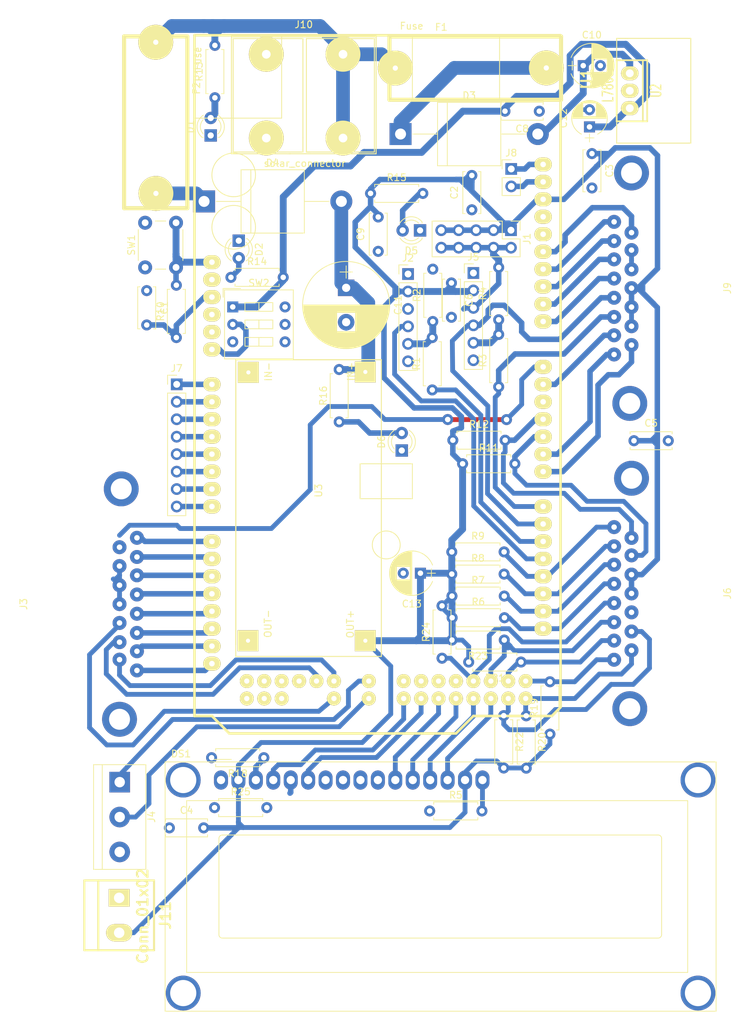
<source format=kicad_pcb>
(kicad_pcb (version 20171130) (host pcbnew no-vcs-found-b395b55~61~ubuntu17.10.1)
  (layers (0 F.Cu signal) (31 B.Cu signal) (34 B.Paste user) (35 F.Paste user) (36 B.SilkS user) (37 F.SilkS user) (38 B.Mask user) (39 F.Mask user) (44 Edge.Cuts user))
  (net 0 "")
  (net 1 GND)
  (net 2 VCC)
  (net 3 +9V)
  (net 4 "Net-(C10-Pad1)")
  (net 5 /Sheet5A3DEB09/buck)
  (net 6 "Net-(D1-Pad2)")
  (net 7 "Net-(D2-Pad2)")
  (net 8 "Net-(D3-Pad1)")
  (net 9 "Net-(D4-Pad1)")
  (net 10 "Net-(D5-Pad2)")
  (net 11 "Net-(D6-Pad2)")
  (net 12 /PC6)
  (net 13 /PC4)
  (net 14 /PC0)
  (net 15 "Net-(DS1-Pad3)")
  (net 16 +12V)
  (net 17 "Net-(J2-Pad5)")
  (net 18 /RX2)
  (net 19 /OC5C)
  (net 20 /OC5A)
  (net 21 /OC5B)
  (net 22 /OC4A)
  (net 23 /PK7)
  (net 24 /PK6)
  (net 25 /PK5)
  (net 26 /PK4)
  (net 27 /PK3)
  (net 28 /PK2)
  (net 29 /PK1)
  (net 30 /PK0)
  (net 31 /PG0)
  (net 32 /RX3)
  (net 33 "Net-(J5-Pad5)")
  (net 34 /PA5)
  (net 35 /PA3)
  (net 36 /PA1)
  (net 37 /INT3)
  (net 38 /INT5)
  (net 39 /PA4)
  (net 40 /PA2)
  (net 41 /PA0)
  (net 42 /INT2)
  (net 43 /INT4)
  (net 44 /PF7)
  (net 45 /PF6)
  (net 46 /PF5)
  (net 47 /PF4)
  (net 48 /PF3)
  (net 49 /PF2)
  (net 50 /PF1)
  (net 51 /PF0)
  (net 52 /JPULSE1)
  (net 53 /TX0)
  (net 54 /TX3)
  (net 55 /RX0)
  (net 56 /TX2)
  (net 57 /RESET)
  (net 58 /5V)
  (net 59 /VIN)
  (net 60 /UEN1)
  (net 61 /UEN2)
  (net 62 /JPULSE2)
  (net 63 /OC4C)
  (net 64 /INT0)
  (net 65 /OC3A)
  (net 66 "Net-(DS1-Pad10)")
  (net 67 "Net-(DS1-Pad9)")
  (net 68 "Net-(DS1-Pad8)")
  (net 69 "Net-(DS1-Pad7)")
  (net 70 /E)
  (net 71 "Net-(J2-Pad6)")
  (net 72 "Net-(J2-Pad1)")
  (net 73 "Net-(J5-Pad1)")
  (net 74 "Net-(J5-Pad6)")
  (net 75 /INT1)
  (net 76 "Net-(U1-PadGND2)")
  (net 77 "Net-(U1-PadGND1)")
  (net 78 "Net-(U1-Pad3V3)")
  (net 79 "Net-(U1-Pad4)")
  (net 80 "Net-(U1-Pad13)")
  (net 81 /PA7)
  (net 82 /PG1)
  (net 83 /PL1)
  (net 84 /MISO)
  (net 85 /MOSI)
  (net 86 /SCK)
  (net 87 /PB0)
  (net 88 "Net-(U1-PadGND4)")
  (net 89 "Net-(U1-PadGND5)")
  (net 90 /PA6)
  (net 91 "Net-(DS1-Pad16)")
  (module Mods:Cap_100uF (layer F.Cu) (at 94.2086 103.2002 180)
    (fp_text reference C13 (at 1.25 -4.46 180) (layer F.SilkS))
    (fp_text value 1O0uf)
    (pad 2 thru_hole circle (at 2.5 0 180) (size 1.6 1.6) (drill 0.8) (layers *.Cu *.Mask) (net 1 GND))
    (pad 1 thru_hole rect (at 0 0 180) (size 1.6 1.6) (drill 0.8) (layers *.Cu *.Mask) (net 2 VCC))
  )
  (module Mods:ARDUINO_MEGA_SHIELD (layer F.Cu) (at 61.2902 24.9174 270)
    (fp_text reference U1 (at 6.35 -57.15 270) (layer F.SilkS) (effects (font (thickness 0.3048))))
    (fp_text value Arduino_Mega hide)
    (pad 21 thru_hole oval (at 18.796 -50.8) (size 2.54 2.032) (drill 0.8128) (layers *.Cu *.Mask F.SilkS) (net 64 /INT0))
    (pad 20 thru_hole oval (at 21.336 -50.8) (size 2.54 2.032) (drill 0.8128) (layers *.Cu *.Mask F.SilkS) (net 75 /INT1))
    (pad 14 thru_hole oval (at 68.58 -50.8) (size 2.54 2.032) (drill 0.8128) (layers *.Cu *.Mask F.SilkS) (net 54 /TX3))
    (pad 15 thru_hole oval (at 71.12 -50.8) (size 2.54 2.032) (drill 0.8128) (layers *.Cu *.Mask F.SilkS) (net 32 /RX3))
    (pad 16 thru_hole oval (at 73.66 -50.8) (size 2.54 2.032) (drill 0.8128) (layers *.Cu *.Mask F.SilkS) (net 56 /TX2))
    (pad 17 thru_hole oval (at 76.2 -50.8) (size 2.54 2.032) (drill 0.8128) (layers *.Cu *.Mask F.SilkS) (net 18 /RX2))
    (pad 18 thru_hole oval (at 78.74 -50.8) (size 2.54 2.032) (drill 0.8128) (layers *.Cu *.Mask F.SilkS) (net 37 /INT3))
    (pad 19 thru_hole oval (at 81.28 -50.8) (size 2.54 2.032) (drill 0.8128) (layers *.Cu *.Mask F.SilkS) (net 42 /INT2))
    (pad 20 thru_hole oval (at 83.82 -50.8) (size 2.54 2.032) (drill 0.8128) (layers *.Cu *.Mask F.SilkS) (net 75 /INT1))
    (pad 21 thru_hole oval (at 86.36 -50.8) (size 2.54 2.032) (drill 0.8128) (layers *.Cu *.Mask F.SilkS) (net 64 /INT0))
    (pad AD15 thru_hole oval (at 91.44 -2.54) (size 2.54 2.032) (drill 0.8128) (layers *.Cu *.Mask F.SilkS) (net 23 /PK7))
    (pad AD14 thru_hole oval (at 88.9 -2.54) (size 2.54 2.032) (drill 0.8128) (layers *.Cu *.Mask F.SilkS) (net 24 /PK6))
    (pad AD13 thru_hole oval (at 86.36 -2.54) (size 2.54 2.032) (drill 0.8128) (layers *.Cu *.Mask F.SilkS) (net 25 /PK5))
    (pad AD12 thru_hole oval (at 83.82 -2.54) (size 2.54 2.032) (drill 0.8128) (layers *.Cu *.Mask F.SilkS) (net 26 /PK4))
    (pad AD8 thru_hole oval (at 73.66 -2.54) (size 2.54 2.032) (drill 0.8128) (layers *.Cu *.Mask F.SilkS) (net 30 /PK0))
    (pad AD7 thru_hole oval (at 68.58 -2.54) (size 2.54 2.032) (drill 0.8128) (layers *.Cu *.Mask F.SilkS) (net 44 /PF7))
    (pad AD6 thru_hole oval (at 66.04 -2.54) (size 2.54 2.032) (drill 0.8128) (layers *.Cu *.Mask F.SilkS) (net 45 /PF6))
    (pad AD9 thru_hole oval (at 76.2 -2.54) (size 2.54 2.032) (drill 0.8128) (layers *.Cu *.Mask F.SilkS) (net 29 /PK1))
    (pad AD10 thru_hole oval (at 78.74 -2.54) (size 2.54 2.032) (drill 0.8128) (layers *.Cu *.Mask F.SilkS) (net 28 /PK2))
    (pad AD11 thru_hole oval (at 81.28 -2.54) (size 2.54 2.032) (drill 0.8128) (layers *.Cu *.Mask F.SilkS) (net 27 /PK3))
    (pad AD5 thru_hole oval (at 63.5 -2.54) (size 2.54 2.032) (drill 0.8128) (layers *.Cu *.Mask F.SilkS) (net 46 /PF5))
    (pad AD4 thru_hole oval (at 60.96 -2.54) (size 2.54 2.032) (drill 0.8128) (layers *.Cu *.Mask F.SilkS) (net 47 /PF4))
    (pad AD3 thru_hole oval (at 58.42 -2.54) (size 2.54 2.032) (drill 0.8128) (layers *.Cu *.Mask F.SilkS) (net 48 /PF3))
    (pad AD0 thru_hole oval (at 50.8 -2.54) (size 2.54 2.032) (drill 0.8128) (layers *.Cu *.Mask F.SilkS) (net 51 /PF0))
    (pad AD1 thru_hole oval (at 53.34 -2.54) (size 2.54 2.032) (drill 0.8128) (layers *.Cu *.Mask F.SilkS) (net 50 /PF1))
    (pad AD2 thru_hole oval (at 55.88 -2.54) (size 2.54 2.032) (drill 0.8128) (layers *.Cu *.Mask F.SilkS) (net 49 /PF2))
    (pad V_IN thru_hole oval (at 45.72 -2.54) (size 2.54 2.032) (drill 0.8128) (layers *.Cu *.Mask F.SilkS) (net 59 /VIN))
    (pad GND2 thru_hole oval (at 43.18 -2.54) (size 2.54 2.032) (drill 0.8128) (layers *.Cu *.Mask F.SilkS) (net 76 "Net-(U1-PadGND2)"))
    (pad GND1 thru_hole oval (at 40.64 -2.54) (size 2.54 2.032) (drill 0.8128) (layers *.Cu *.Mask F.SilkS) (net 77 "Net-(U1-PadGND1)"))
    (pad 3V3 thru_hole oval (at 35.56 -2.54) (size 2.54 2.032) (drill 0.8128) (layers *.Cu *.Mask F.SilkS) (net 78 "Net-(U1-Pad3V3)"))
    (pad RST thru_hole oval (at 33.02 -2.54) (size 2.54 2.032) (drill 0.8128) (layers *.Cu *.Mask F.SilkS) (net 57 /RESET))
    (pad 0 thru_hole oval (at 63.5 -50.8) (size 2.54 2.032) (drill 0.8128) (layers *.Cu *.Mask F.SilkS) (net 55 /RX0))
    (pad 1 thru_hole oval (at 60.96 -50.8) (size 2.54 2.032) (drill 0.8128) (layers *.Cu *.Mask F.SilkS) (net 53 /TX0))
    (pad 2 thru_hole oval (at 58.42 -50.8) (size 2.54 2.032) (drill 0.8128) (layers *.Cu *.Mask F.SilkS) (net 43 /INT4))
    (pad 3 thru_hole oval (at 55.88 -50.8) (size 2.54 2.032) (drill 0.8128) (layers *.Cu *.Mask F.SilkS) (net 38 /INT5))
    (pad 4 thru_hole oval (at 53.34 -50.8) (size 2.54 2.032) (drill 0.8128) (layers *.Cu *.Mask F.SilkS) (net 79 "Net-(U1-Pad4)"))
    (pad 5 thru_hole oval (at 50.8 -50.8) (size 2.54 2.032) (drill 0.8128) (layers *.Cu *.Mask F.SilkS) (net 65 /OC3A))
    (pad 6 thru_hole oval (at 48.26 -50.8) (size 2.54 2.032) (drill 0.8128) (layers *.Cu *.Mask F.SilkS) (net 22 /OC4A))
    (pad 8 thru_hole oval (at 41.656 -50.8) (size 2.54 2.032) (drill 0.8128) (layers *.Cu *.Mask F.SilkS) (net 63 /OC4C))
    (pad 9 thru_hole oval (at 39.116 -50.8) (size 2.54 2.032) (drill 0.8128) (layers *.Cu *.Mask F.SilkS) (net 62 /JPULSE2))
    (pad 10 thru_hole oval (at 36.576 -50.8) (size 2.54 2.032) (drill 0.8128) (layers *.Cu *.Mask F.SilkS) (net 52 /JPULSE1))
    (pad 11 thru_hole oval (at 34.036 -50.8) (size 2.54 2.032) (drill 0.8128) (layers *.Cu *.Mask F.SilkS) (net 61 /UEN2))
    (pad 12 thru_hole oval (at 31.496 -50.8) (size 2.54 2.032) (drill 0.8128) (layers *.Cu *.Mask F.SilkS) (net 60 /UEN1))
    (pad 13 thru_hole oval (at 28.956 -50.8) (size 2.54 2.032) (drill 0.8128) (layers *.Cu *.Mask F.SilkS) (net 80 "Net-(U1-Pad13)"))
    (pad GND3 thru_hole oval (at 26.416 -50.8) (size 2.54 2.032) (drill 0.8128) (layers *.Cu *.Mask F.SilkS) (net 1 GND))
    (pad AREF thru_hole oval (at 23.876 -50.8) (size 2.54 2.032) (drill 0.8128) (layers *.Cu *.Mask F.SilkS) (net 2 VCC))
    (pad 5V thru_hole oval (at 38.1 -2.54) (size 2.54 2.032) (drill 0.8128) (layers *.Cu *.Mask F.SilkS) (net 58 /5V))
    (pad 22 thru_hole circle (at 93.98 -48.26 270) (size 2.032 2.032) (drill 0.762) (layers *.Cu *.Mask F.SilkS) (net 41 /PA0))
    (pad 23 thru_hole circle (at 96.52 -48.26 270) (size 2.032 2.032) (drill 0.762) (layers *.Cu *.Mask F.SilkS) (net 36 /PA1))
    (pad 24 thru_hole circle (at 93.98 -45.72 270) (size 2.032 2.032) (drill 0.762) (layers *.Cu *.Mask F.SilkS) (net 40 /PA2))
    (pad 25 thru_hole circle (at 96.52 -45.72 270) (size 2.032 2.032) (drill 0.762) (layers *.Cu *.Mask F.SilkS) (net 35 /PA3))
    (pad 26 thru_hole circle (at 93.98 -43.18 270) (size 2.032 2.032) (drill 0.762) (layers *.Cu *.Mask F.SilkS) (net 39 /PA4))
    (pad 27 thru_hole circle (at 96.52 -43.18 270) (size 2.032 2.032) (drill 0.762) (layers *.Cu *.Mask F.SilkS) (net 34 /PA5))
    (pad 28 thru_hole circle (at 93.98 -40.64 270) (size 2.032 2.032) (drill 0.762) (layers *.Cu *.Mask F.SilkS) (net 90 /PA6))
    (pad 29 thru_hole circle (at 96.52 -40.64 270) (size 2.032 2.032) (drill 0.762) (layers *.Cu *.Mask F.SilkS) (net 81 /PA7))
    (pad 31 thru_hole circle (at 96.52 -38.1 270) (size 2.032 2.032) (drill 0.762) (layers *.Cu *.Mask F.SilkS) (net 12 /PC6))
    (pad 30 thru_hole circle (at 93.98 -38.1 270) (size 2.032 2.032) (drill 0.762) (layers *.Cu *.Mask F.SilkS))
    (pad 32 thru_hole circle (at 93.98 -35.56 270) (size 2.032 2.032) (drill 0.762) (layers *.Cu *.Mask F.SilkS))
    (pad 33 thru_hole circle (at 96.52 -35.56 270) (size 2.032 2.032) (drill 0.762) (layers *.Cu *.Mask F.SilkS) (net 13 /PC4))
    (pad 34 thru_hole circle (at 93.98 -33.02 270) (size 2.032 2.032) (drill 0.762) (layers *.Cu *.Mask F.SilkS))
    (pad 35 thru_hole circle (at 96.52 -33.02 270) (size 2.032 2.032) (drill 0.762) (layers *.Cu *.Mask F.SilkS) (net 70 /E))
    (pad 36 thru_hole circle (at 93.98 -30.48 270) (size 2.032 2.032) (drill 0.762) (layers *.Cu *.Mask F.SilkS))
    (pad 37 thru_hole circle (at 96.52 -30.48 270) (size 2.032 2.032) (drill 0.762) (layers *.Cu *.Mask F.SilkS) (net 14 /PC0))
    (pad 40 thru_hole circle (at 93.98 -25.4 270) (size 2.032 2.032) (drill 0.762) (layers *.Cu *.Mask F.SilkS) (net 82 /PG1))
    (pad 41 thru_hole circle (at 96.52 -25.4 270) (size 2.032 2.032) (drill 0.762) (layers *.Cu *.Mask F.SilkS) (net 31 /PG0))
    (pad 44 thru_hole circle (at 93.98 -20.32 270) (size 2.032 2.032) (drill 0.762) (layers *.Cu *.Mask F.SilkS) (net 19 /OC5C))
    (pad 45 thru_hole circle (at 96.52 -20.32 270) (size 2.032 2.032) (drill 0.762) (layers *.Cu *.Mask F.SilkS) (net 21 /OC5B))
    (pad 46 thru_hole circle (at 93.98 -17.78 270) (size 2.032 2.032) (drill 0.762) (layers *.Cu *.Mask F.SilkS) (net 20 /OC5A))
    (pad 48 thru_hole circle (at 93.98 -15.24 270) (size 2.032 2.032) (drill 0.762) (layers *.Cu *.Mask F.SilkS) (net 83 /PL1))
    (pad 50 thru_hole circle (at 93.98 -12.7 270) (size 2.032 2.032) (drill 0.762) (layers *.Cu *.Mask F.SilkS) (net 84 /MISO))
    (pad 51 thru_hole circle (at 96.52 -12.7 270) (size 2.032 2.032) (drill 0.762) (layers *.Cu *.Mask F.SilkS) (net 85 /MOSI))
    (pad 52 thru_hole circle (at 93.98 -10.16 270) (size 2.032 2.032) (drill 0.762) (layers *.Cu *.Mask F.SilkS) (net 86 /SCK))
    (pad 53 thru_hole circle (at 96.52 -10.16 270) (size 2.032 2.032) (drill 0.762) (layers *.Cu *.Mask F.SilkS) (net 87 /PB0))
    (pad GND4 thru_hole circle (at 93.98 -7.62 270) (size 2.032 2.032) (drill 0.762) (layers *.Cu *.Mask F.SilkS) (net 88 "Net-(U1-PadGND4)"))
    (pad GND5 thru_hole circle (at 96.52 -7.62 270) (size 2.032 2.032) (drill 0.762) (layers *.Cu *.Mask F.SilkS) (net 89 "Net-(U1-PadGND5)"))
  )
  (module Mods:LCD-16*2 (layer F.Cu) (at 65.151 133.2992)
    (fp_text reference DS1 (at -5.82 -3.81) (layer F.SilkS))
    (fp_text value LCD-16*2)
    (pad "" thru_hole circle (at 69.5 0) (size 5.08 5.08) (drill 3.81) (layers *.Cu *.Mask))
    (pad "" thru_hole circle (at 69.49948 31.0007) (size 5.08 5.08) (drill 3.81) (layers *.Cu *.Mask))
    (pad "" thru_hole circle (at -5.4991 31.0007) (size 5.08 5.08) (drill 3.81) (layers *.Cu *.Mask))
    (pad "" thru_hole circle (at -5.4991 0) (size 5.08 5.08) (drill 3.81) (layers *.Cu *.Mask))
    (pad 16 thru_hole oval (at 38.1 0) (size 2.032 2.794) (drill 1.2) (layers *.Cu *.Mask) (net 91 "Net-(DS1-Pad16)"))
    (pad 15 thru_hole oval (at 35.56 0) (size 2.032 2.794) (drill 1.2) (layers *.Cu *.Mask) (net 2 VCC))
    (pad 14 thru_hole oval (at 33.02 0) (size 2.032 2.794) (drill 1.2) (layers *.Cu *.Mask) (net 34 /PA5))
    (pad 13 thru_hole oval (at 30.48 0) (size 2.032 2.794) (drill 1.2) (layers *.Cu *.Mask) (net 81 /PA7))
    (pad 12 thru_hole oval (at 27.94 0) (size 2.032 2.794) (drill 1.2) (layers *.Cu *.Mask) (net 12 /PC6))
    (pad 11 thru_hole oval (at 25.4 0) (size 2.032 2.794) (drill 1.2) (layers *.Cu *.Mask) (net 13 /PC4))
    (pad 10 thru_hole oval (at 22.86 0) (size 2.032 2.794) (drill 1.2) (layers *.Cu *.Mask) (net 66 "Net-(DS1-Pad10)"))
    (pad 9 thru_hole oval (at 20.32 0) (size 2.032 2.794) (drill 1.2) (layers *.Cu *.Mask) (net 67 "Net-(DS1-Pad9)"))
    (pad 8 thru_hole oval (at 17.78 0) (size 2.032 2.794) (drill 1.2) (layers *.Cu *.Mask) (net 68 "Net-(DS1-Pad8)"))
    (pad 7 thru_hole oval (at 15.24 0) (size 2.032 2.794) (drill 1.2) (layers *.Cu *.Mask) (net 69 "Net-(DS1-Pad7)"))
    (pad 6 thru_hole oval (at 12.7 0) (size 2.032 2.794) (drill 1.2) (layers *.Cu *.Mask) (net 70 /E))
    (pad 5 thru_hole oval (at 10.16 0) (size 2.032 2.794) (drill 1.2) (layers *.Cu *.Mask) (net 1 GND))
    (pad 4 thru_hole oval (at 7.62 0) (size 2.032 2.794) (drill 1.2) (layers *.Cu *.Mask) (net 14 /PC0))
    (pad 3 thru_hole oval (at 5.08 0) (size 2.032 2.794) (drill 1.2) (layers *.Cu *.Mask) (net 15 "Net-(DS1-Pad3)"))
    (pad 2 thru_hole oval (at 2.54 0) (size 2.032 2.794) (drill 1.2) (layers *.Cu *.Mask) (net 2 VCC))
    (pad 1 thru_hole oval (at 0 0) (size 2.032 2.794) (drill 1.2) (layers *.Cu *.Mask) (net 1 GND))
  )
  (module Mods:bornier2-medium (layer F.Cu) (at 50.3174 152.9842 270)
    (fp_text reference J11 (at 0 -6.731 270) (layer F.SilkS) (effects (font (thickness 0.3048))))
    (fp_text value Conn_01x02 (at 0.127 -3.429 270) (layer F.SilkS) (effects (font (thickness 0.3048))))
    (pad 1 thru_hole rect (at -2.54 0 270) (size 2.54 3.048) (drill 1.524) (layers *.Cu *.Mask F.SilkS) (net 1 GND))
    (pad 2 thru_hole oval (at 2.54 0 270) (size 2.54 3.81) (drill 1.524) (layers *.Cu *.Mask F.SilkS) (net 2 VCC))
  )
  (module Mods:Buck (layer F.Cu) (at 67.31 72.136)
    (fp_text reference U3 (at 12.065 19.05 90) (layer F.SilkS))
    (fp_text value LM2596-PSU hide)
    (fp_text user IN+ (at 16.80972 1.71704 90) (layer F.SilkS))
    (fp_text user IN- (at 4.75488 1.7526 90) (layer F.SilkS))
    (fp_text user OUT+ (at 16.68272 38.47592 90) (layer F.SilkS))
    (fp_text user OUT- (at 4.6863 38.4175 90) (layer F.SilkS))
    (pad 2 thru_hole rect (at 1.83388 1.8415) (size 3.048 3.048) (drill 0.6) (layers *.Cu *.Mask F.SilkS) (net 1 GND))
    (pad 1 thru_hole rect (at 18.8755 1.778) (size 3.048 3.048) (drill 0.6) (layers *.Cu *.Mask F.SilkS) (net 5 /Sheet5A3DEB09/buck))
    (pad 3 thru_hole rect (at 1.778 40.8875) (size 3.048 3.048) (drill 0.6) (layers *.Cu *.Mask F.SilkS) (net 1 GND))
    (pad 4 thru_hole rect (at 18.8755 40.8875) (size 3.048 3.048) (drill 0.6) (layers *.Cu *.Mask F.SilkS) (net 2 VCC))
  )
  (module Mods:SolarConn (layer F.Cu) (at 77.343 39.878)
    (fp_text reference J10 (at -0.127 -16.51) (layer F.SilkS))
    (fp_text value solar_connector (at 0 3.683) (layer F.SilkS))
    (pad 2 thru_hole circle (at 5.588 0) (size 5.08 5.08) (drill 1.27) (layers *.Cu *.Mask F.SilkS) (net 16 +12V))
    (pad 1 thru_hole circle (at -5.588 0) (size 5.08 5.08) (drill 1.27) (layers *.Cu *.Mask F.SilkS) (net 1 GND))
    (pad 2 thru_hole circle (at 5.588 -12.192) (size 5.08 5.08) (drill 1.27) (layers *.Cu *.Mask F.SilkS) (net 16 +12V))
    (pad 1 thru_hole circle (at -5.588 -12.192) (size 5.08 5.08) (drill 1.27) (layers *.Cu *.Mask F.SilkS) (net 1 GND))
  )
  (module LEDs:LED_D3.0mm (layer F.Cu) (at 67.7418 54.8132 270)
    (fp_text reference D2 (at 1.27 -2.96 270) (layer F.SilkS))
    (fp_text value LED)
    (pad 2 thru_hole circle (at 2.54 0 270) (size 1.8 1.8) (drill 0.9) (layers *.Cu *.Mask) (net 7 "Net-(D2-Pad2)"))
    (pad 1 thru_hole rect (at 0 0 270) (size 1.8 1.8) (drill 0.9) (layers *.Cu *.Mask) (net 1 GND))
  )
  (module Capacitors_THT:C_Disc_D6.0mm_W2.5mm_P5.00mm (layer F.Cu) (at 54.3306 62.0776 270)
    (fp_text reference C1 (at 2.5 -2.56 270) (layer F.SilkS))
    (fp_text value 0.1uf)
    (pad 2 thru_hole circle (at 5 0 270) (size 1.6 1.6) (drill 0.8) (layers *.Cu *.Mask) (net 58 /5V))
    (pad 1 thru_hole circle (at 0 0 270) (size 1.6 1.6) (drill 0.8) (layers *.Cu *.Mask) (net 1 GND))
  )
  (module Capacitors_THT:C_Disc_D6.0mm_W2.5mm_P5.00mm (layer F.Cu) (at 101.7016 50.3174 90)
    (fp_text reference C2 (at 2.5 -2.56 90) (layer F.SilkS))
    (fp_text value 0.1uf)
    (pad 1 thru_hole circle (at 0 0 90) (size 1.6 1.6) (drill 0.8) (layers *.Cu *.Mask) (net 1 GND))
    (pad 2 thru_hole circle (at 5 0 90) (size 1.6 1.6) (drill 0.8) (layers *.Cu *.Mask) (net 2 VCC))
  )
  (module Capacitors_THT:C_Disc_D6.0mm_W2.5mm_P5.00mm (layer F.Cu) (at 119.2022 42.1386 270)
    (fp_text reference C3 (at 2.5 -2.56 270) (layer F.SilkS))
    (fp_text value 0.1uf)
    (pad 1 thru_hole circle (at 0 0 270) (size 1.6 1.6) (drill 0.8) (layers *.Cu *.Mask) (net 2 VCC))
    (pad 2 thru_hole circle (at 5 0 270) (size 1.6 1.6) (drill 0.8) (layers *.Cu *.Mask) (net 1 GND))
  )
  (module Capacitors_THT:C_Disc_D6.0mm_W2.5mm_P5.00mm (layer F.Cu) (at 57.6326 140.2588)
    (fp_text reference C4 (at 2.5 -2.56) (layer F.SilkS))
    (fp_text value 0.1uf)
    (pad 1 thru_hole circle (at 0 0) (size 1.6 1.6) (drill 0.8) (layers *.Cu *.Mask) (net 1 GND))
    (pad 2 thru_hole circle (at 5 0) (size 1.6 1.6) (drill 0.8) (layers *.Cu *.Mask) (net 2 VCC))
  )
  (module Capacitors_THT:C_Disc_D6.0mm_W2.5mm_P5.00mm (layer F.Cu) (at 125.3236 83.9216)
    (fp_text reference C5 (at 2.5 -2.56) (layer F.SilkS))
    (fp_text value 0.1uf)
    (pad 2 thru_hole circle (at 5 0) (size 1.6 1.6) (drill 0.8) (layers *.Cu *.Mask) (net 1 GND))
    (pad 1 thru_hole circle (at 0 0) (size 1.6 1.6) (drill 0.8) (layers *.Cu *.Mask) (net 2 VCC))
  )
  (module Capacitors_THT:C_Disc_D6.0mm_W2.5mm_P5.00mm (layer F.Cu) (at 98.7298 60.96 270)
    (fp_text reference C6 (at 2.5 -2.56 270) (layer F.SilkS))
    (fp_text value 0.1uf)
    (pad 1 thru_hole circle (at 0 0 270) (size 1.6 1.6) (drill 0.8) (layers *.Cu *.Mask) (net 2 VCC))
    (pad 2 thru_hole circle (at 5 0 270) (size 1.6 1.6) (drill 0.8) (layers *.Cu *.Mask) (net 1 GND))
  )
  (module Capacitors_THT:C_Disc_D6.0mm_W2.5mm_P5.00mm (layer F.Cu) (at 111.5314 35.9664 180)
    (fp_text reference C8 (at 2.5 -2.56 180) (layer F.SilkS))
    (fp_text value 0.1uf)
    (pad 1 thru_hole circle (at 0 0 180) (size 1.6 1.6) (drill 0.8) (layers *.Cu *.Mask) (net 1 GND))
    (pad 2 thru_hole circle (at 5 0 180) (size 1.6 1.6) (drill 0.8) (layers *.Cu *.Mask) (net 3 +9V))
  )
  (module Capacitors_THT:C_Disc_D6.0mm_W2.5mm_P5.00mm (layer F.Cu) (at 88.0618 56.3626 90)
    (fp_text reference C9 (at 2.5 -2.56 90) (layer F.SilkS))
    (fp_text value C)
    (pad 2 thru_hole circle (at 5 0 90) (size 1.6 1.6) (drill 0.8) (layers *.Cu *.Mask) (net 2 VCC))
    (pad 1 thru_hole circle (at 0 0 90) (size 1.6 1.6) (drill 0.8) (layers *.Cu *.Mask) (net 1 GND))
  )
  (module Mods:Cap_100uF (layer F.Cu) (at 117.9322 29.337)
    (fp_text reference C10 (at 1.25 -4.46) (layer F.SilkS))
    (fp_text value 100uf)
    (pad 1 thru_hole rect (at 0 0) (size 1.6 1.6) (drill 0.8) (layers *.Cu *.Mask) (net 4 "Net-(C10-Pad1)"))
    (pad 2 thru_hole circle (at 2.5 0) (size 1.6 1.6) (drill 0.8) (layers *.Cu *.Mask) (net 1 GND))
  )
  (module Mods:Cao_1000uF (layer F.Cu) (at 83.3882 61.6712 270)
    (fp_text reference C11 (at 2.5 -7.56 270) (layer F.SilkS))
    (fp_text value 1000uf)
    (pad 2 thru_hole circle (at 5 0 270) (size 2.4 2.4) (drill 1.2) (layers *.Cu *.Mask) (net 1 GND))
    (pad 1 thru_hole rect (at 0 0 270) (size 2.4 2.4) (drill 1.2) (layers *.Cu *.Mask) (net 5 /Sheet5A3DEB09/buck))
  )
  (module Mods:Cap_10uF (layer F.Cu) (at 118.8466 38.2524 90)
    (fp_text reference C12 (at 1.25 -3.81 90) (layer F.SilkS))
    (fp_text value 10uf)
    (pad 2 thru_hole circle (at 2.5 0 90) (size 1.6 1.6) (drill 0.8) (layers *.Cu *.Mask) (net 1 GND))
    (pad 1 thru_hole rect (at 0 0 90) (size 1.6 1.6) (drill 0.8) (layers *.Cu *.Mask) (net 3 +9V))
  )
  (module LEDs:LED_D3.0mm (layer F.Cu) (at 63.6524 39.497 90)
    (fp_text reference D1 (at 1.27 -2.96 90) (layer F.SilkS))
    (fp_text value LED)
    (pad 1 thru_hole rect (at 0 0 90) (size 1.8 1.8) (drill 0.9) (layers *.Cu *.Mask) (net 1 GND))
    (pad 2 thru_hole circle (at 2.54 0 90) (size 1.8 1.8) (drill 0.9) (layers *.Cu *.Mask) (net 6 "Net-(D1-Pad2)"))
  )
  (module Diodes_THT:D_P600_R-6_P20.00mm_Horizontal (layer F.Cu) (at 91.313 39.2938)
    (fp_text reference D3 (at 10 -5.61) (layer F.SilkS))
    (fp_text value DIODE)
    (pad 2 thru_hole oval (at 20 0) (size 3.2 3.2) (drill 1.6) (layers *.Cu *.Mask) (net 4 "Net-(C10-Pad1)"))
    (pad 1 thru_hole rect (at 0 0) (size 3.2 3.2) (drill 1.6) (layers *.Cu *.Mask) (net 8 "Net-(D3-Pad1)"))
  )
  (module Diodes_THT:D_P600_R-6_P20.00mm_Horizontal (layer F.Cu) (at 62.6872 49.0982)
    (fp_text reference D4 (at 10 -5.61) (layer F.SilkS))
    (fp_text value DIODE)
    (pad 1 thru_hole rect (at 0 0) (size 3.2 3.2) (drill 1.6) (layers *.Cu *.Mask) (net 9 "Net-(D4-Pad1)"))
    (pad 2 thru_hole oval (at 20 0) (size 3.2 3.2) (drill 1.6) (layers *.Cu *.Mask) (net 5 /Sheet5A3DEB09/buck))
  )
  (module LEDs:LED_D3.0mm (layer F.Cu) (at 94.1578 53.3146 180)
    (fp_text reference D5 (at 1.27 -2.96 180) (layer F.SilkS))
    (fp_text value LED)
    (pad 1 thru_hole rect (at 0 0 180) (size 1.8 1.8) (drill 0.9) (layers *.Cu *.Mask) (net 1 GND))
    (pad 2 thru_hole circle (at 2.54 0 180) (size 1.8 1.8) (drill 0.9) (layers *.Cu *.Mask) (net 10 "Net-(D5-Pad2)"))
  )
  (module LEDs:LED_D3.0mm (layer F.Cu) (at 91.4908 85.344 90)
    (fp_text reference D6 (at 1.27 -2.96 90) (layer F.SilkS))
    (fp_text value LED)
    (pad 2 thru_hole circle (at 2.54 0 90) (size 1.8 1.8) (drill 0.9) (layers *.Cu *.Mask) (net 11 "Net-(D6-Pad2)"))
    (pad 1 thru_hole rect (at 0 0 90) (size 1.8 1.8) (drill 0.9) (layers *.Cu *.Mask) (net 1 GND))
  )
  (module Mods:FUSE (layer F.Cu) (at 101.981 30.2006)
    (fp_text reference F1 (at -4.7371 -6.4516) (layer F.SilkS))
    (fp_text value Fuse (at -9.0551 -6.6294) (layer F.SilkS))
    (pad 2 thru_hole circle (at -11.4309 -0.5054 90) (size 5.08 5.08) (drill 0.762) (layers *.Cu *.Mask F.SilkS) (net 16 +12V))
    (pad 1 thru_hole circle (at 10.5691 -0.5304 90) (size 5.08 5.08) (drill 0.762) (layers *.Cu *.Mask F.SilkS) (net 8 "Net-(D3-Pad1)"))
  )
  (module Mods:FUSE (layer F.Cu) (at 55.1434 37.3634 270)
    (fp_text reference F2 (at -4.7371 -6.4516 270) (layer F.SilkS))
    (fp_text value Fuse (at -9.0551 -6.6294 270) (layer F.SilkS))
    (pad 1 thru_hole circle (at 10.5691 -0.5304) (size 5.08 5.08) (drill 0.762) (layers *.Cu *.Mask F.SilkS) (net 9 "Net-(D4-Pad1)"))
    (pad 2 thru_hole circle (at -11.4309 -0.5054) (size 5.08 5.08) (drill 0.762) (layers *.Cu *.Mask F.SilkS) (net 16 +12V))
  )
  (module Pin_Headers:Pin_Header_Straight_2x05_Pitch2.54mm (layer F.Cu) (at 107.4039 53.2892 270)
    (fp_text reference J1 (at 1.27 -2.33 270) (layer F.SilkS))
    (fp_text value VCC_GND)
    (pad 1 thru_hole rect (at 0 0 270) (size 1.7 1.7) (drill 1) (layers *.Cu *.Mask) (net 2 VCC))
    (pad 2 thru_hole oval (at 2.54 0 270) (size 1.7 1.7) (drill 1) (layers *.Cu *.Mask) (net 1 GND))
    (pad 3 thru_hole oval (at 0 2.54 270) (size 1.7 1.7) (drill 1) (layers *.Cu *.Mask) (net 2 VCC))
    (pad 4 thru_hole oval (at 2.54 2.54 270) (size 1.7 1.7) (drill 1) (layers *.Cu *.Mask) (net 1 GND))
    (pad 5 thru_hole oval (at 0 5.08 270) (size 1.7 1.7) (drill 1) (layers *.Cu *.Mask) (net 2 VCC))
    (pad 6 thru_hole oval (at 2.54 5.08 270) (size 1.7 1.7) (drill 1) (layers *.Cu *.Mask) (net 1 GND))
    (pad 7 thru_hole oval (at 0 7.62 270) (size 1.7 1.7) (drill 1) (layers *.Cu *.Mask) (net 2 VCC))
    (pad 8 thru_hole oval (at 2.54 7.62 270) (size 1.7 1.7) (drill 1) (layers *.Cu *.Mask) (net 1 GND))
    (pad 9 thru_hole oval (at 0 10.16 270) (size 1.7 1.7) (drill 1) (layers *.Cu *.Mask) (net 2 VCC))
    (pad 10 thru_hole oval (at 2.54 10.16 270) (size 1.7 1.7) (drill 1) (layers *.Cu *.Mask) (net 1 GND))
  )
  (module Pin_Headers:Pin_Header_Straight_1x06_Pitch2.54mm (layer F.Cu) (at 92.4052 59.6646)
    (fp_text reference J2 (at 0 -2.33) (layer F.SilkS))
    (fp_text value Bluetooth)
    (pad 6 thru_hole oval (at 0 12.7) (size 1.7 1.7) (drill 1) (layers *.Cu *.Mask) (net 71 "Net-(J2-Pad6)"))
    (pad 5 thru_hole oval (at 0 10.16) (size 1.7 1.7) (drill 1) (layers *.Cu *.Mask) (net 17 "Net-(J2-Pad5)"))
    (pad 4 thru_hole oval (at 0 7.62) (size 1.7 1.7) (drill 1) (layers *.Cu *.Mask) (net 18 /RX2))
    (pad 3 thru_hole oval (at 0 5.08) (size 1.7 1.7) (drill 1) (layers *.Cu *.Mask) (net 1 GND))
    (pad 2 thru_hole oval (at 0 2.54) (size 1.7 1.7) (drill 1) (layers *.Cu *.Mask) (net 2 VCC))
    (pad 1 thru_hole rect (at 0 0) (size 1.7 1.7) (drill 1) (layers *.Cu *.Mask) (net 72 "Net-(J2-Pad1)"))
  )
  (module Mods:DB15FC (layer F.Cu) (at 52.9082 117.348 90)
    (fp_text reference J3 (at 9.65 -16.51 90) (layer F.SilkS))
    (fp_text value Motor)
    (pad 15 thru_hole circle (at 17.93 -2.54 90) (size 2.032 2.032) (drill 0.800001) (layers *.Cu *.Mask) (net 22 /OC4A))
    (pad 14 thru_hole circle (at 15.19 -2.54 90) (size 2.032 2.032) (drill 0.800001) (layers *.Cu *.Mask) (net 1 GND))
    (pad 13 thru_hole circle (at 12.4 -2.54 90) (size 2.032 2.032) (drill 0.800001) (layers *.Cu *.Mask) (net 1 GND))
    (pad 12 thru_hole circle (at 9.65 -2.54 90) (size 2.032 2.032) (drill 0.800001) (layers *.Cu *.Mask) (net 1 GND))
    (pad 11 thru_hole circle (at 6.91 -2.54 90) (size 2.032 2.032) (drill 0.800001) (layers *.Cu *.Mask) (net 21 /OC5B))
    (pad 10 thru_hole circle (at 4.11 -2.54 90) (size 2.032 2.032) (drill 0.800001) (layers *.Cu *.Mask) (net 20 /OC5A))
    (pad 9 thru_hole circle (at 1.57 -2.54 90) (size 2.032 2.032) (drill 0.800001) (layers *.Cu *.Mask) (net 19 /OC5C))
    (pad 8 thru_hole circle (at 19.3 0 90) (size 2.032 2.032) (drill 0.800001) (layers *.Cu *.Mask) (net 30 /PK0))
    (pad 7 thru_hole circle (at 16.51 0 90) (size 2.032 2.032) (drill 0.800001) (layers *.Cu *.Mask) (net 29 /PK1))
    (pad 6 thru_hole circle (at 13.84 0 90) (size 2.032 2.032) (drill 0.800001) (layers *.Cu *.Mask) (net 28 /PK2))
    (pad 5 thru_hole circle (at 11.05 0 90) (size 2.032 2.032) (drill 0.800001) (layers *.Cu *.Mask) (net 27 /PK3))
    (pad 4 thru_hole circle (at 8.25 0 90) (size 2.032 2.032) (drill 0.800001) (layers *.Cu *.Mask) (net 26 /PK4))
    (pad 3 thru_hole circle (at 5.46 0 90) (size 2.032 2.032) (drill 0.800001) (layers *.Cu *.Mask) (net 25 /PK5))
    (pad 2 thru_hole circle (at 2.79 0 90) (size 2.032 2.032) (drill 0.800001) (layers *.Cu *.Mask) (net 24 /PK6))
    (pad 1 thru_hole circle (at 0 0 90) (size 2.032 2.032) (drill 0.800001) (layers *.Cu *.Mask) (net 23 /PK7))
    (pad "" thru_hole circle (at -7.11 -2.54 90) (size 5.08 5.08) (drill 3.05) (layers *.Cu *.Mask))
    (pad "" thru_hole circle (at 26.42 -2.29 90) (size 5.08 5.08) (drill 3.05) (layers *.Cu *.Mask))
  )
  (module Mods:bornier3 (layer F.Cu) (at 50.3936 133.604 270)
    (fp_text reference J4 (at 5.05 -4.65 270) (layer F.SilkS))
    (fp_text value Power_LED)
    (pad 3 thru_hole circle (at 10.16 0 270) (size 3 3) (drill 1.52) (layers *.Cu *.Mask) (net 1 GND))
    (pad 2 thru_hole circle (at 5.08 0 270) (size 3 3) (drill 1.52) (layers *.Cu *.Mask) (net 31 /PG0))
    (pad 1 thru_hole rect (at 0 0 270) (size 3 3) (drill 1.52) (layers *.Cu *.Mask) (net 82 /PG1))
  )
  (module Pin_Headers:Pin_Header_Straight_1x06_Pitch2.54mm (layer F.Cu) (at 101.9302 59.5122)
    (fp_text reference J5 (at 0 -2.33) (layer F.SilkS))
    (fp_text value Bluetooth)
    (pad 1 thru_hole rect (at 0 0) (size 1.7 1.7) (drill 1) (layers *.Cu *.Mask) (net 73 "Net-(J5-Pad1)"))
    (pad 2 thru_hole oval (at 0 2.54) (size 1.7 1.7) (drill 1) (layers *.Cu *.Mask) (net 2 VCC))
    (pad 3 thru_hole oval (at 0 5.08) (size 1.7 1.7) (drill 1) (layers *.Cu *.Mask) (net 1 GND))
    (pad 4 thru_hole oval (at 0 7.62) (size 1.7 1.7) (drill 1) (layers *.Cu *.Mask) (net 32 /RX3))
    (pad 5 thru_hole oval (at 0 10.16) (size 1.7 1.7) (drill 1) (layers *.Cu *.Mask) (net 33 "Net-(J5-Pad5)"))
    (pad 6 thru_hole oval (at 0 12.7) (size 1.7 1.7) (drill 1) (layers *.Cu *.Mask) (net 74 "Net-(J5-Pad6)"))
  )
  (module Mods:DB15FC (layer F.Cu) (at 122.428 96.4946 270)
    (fp_text reference J6 (at 9.65 -16.51 270) (layer F.SilkS))
    (fp_text value Encoder)
    (pad 15 thru_hole circle (at 17.93 -2.54 270) (size 2.032 2.032) (drill 0.800001) (layers *.Cu *.Mask) (net 36 /PA1))
    (pad 14 thru_hole circle (at 15.19 -2.54 270) (size 2.032 2.032) (drill 0.800001) (layers *.Cu *.Mask) (net 35 /PA3))
    (pad 13 thru_hole circle (at 12.4 -2.54 270) (size 2.032 2.032) (drill 0.800001) (layers *.Cu *.Mask) (net 1 GND))
    (pad 12 thru_hole circle (at 9.65 -2.54 270) (size 2.032 2.032) (drill 0.800001) (layers *.Cu *.Mask) (net 2 VCC))
    (pad 11 thru_hole circle (at 6.91 -2.54 270) (size 2.032 2.032) (drill 0.800001) (layers *.Cu *.Mask) (net 2 VCC))
    (pad 10 thru_hole circle (at 4.11 -2.54 270) (size 2.032 2.032) (drill 0.800001) (layers *.Cu *.Mask) (net 43 /INT4))
    (pad 9 thru_hole circle (at 1.57 -2.54 270) (size 2.032 2.032) (drill 0.800001) (layers *.Cu *.Mask) (net 38 /INT5))
    (pad 8 thru_hole circle (at 19.3 0 270) (size 2.032 2.032) (drill 0.800001) (layers *.Cu *.Mask) (net 41 /PA0))
    (pad 7 thru_hole circle (at 16.51 0 270) (size 2.032 2.032) (drill 0.800001) (layers *.Cu *.Mask) (net 40 /PA2))
    (pad 6 thru_hole circle (at 13.84 0 270) (size 2.032 2.032) (drill 0.800001) (layers *.Cu *.Mask) (net 39 /PA4))
    (pad 5 thru_hole circle (at 11.05 0 270) (size 2.032 2.032) (drill 0.800001) (layers *.Cu *.Mask) (net 90 /PA6))
    (pad 4 thru_hole circle (at 8.25 0 270) (size 2.032 2.032) (drill 0.800001) (layers *.Cu *.Mask) (net 64 /INT0))
    (pad 3 thru_hole circle (at 5.46 0 270) (size 2.032 2.032) (drill 0.800001) (layers *.Cu *.Mask) (net 75 /INT1))
    (pad 2 thru_hole circle (at 2.79 0 270) (size 2.032 2.032) (drill 0.800001) (layers *.Cu *.Mask) (net 42 /INT2))
    (pad 1 thru_hole circle (at 0 0 270) (size 2.032 2.032) (drill 0.800001) (layers *.Cu *.Mask) (net 37 /INT3))
    (pad "" thru_hole circle (at -7.11 -2.54 270) (size 5.08 5.08) (drill 3.05) (layers *.Cu *.Mask))
    (pad "" thru_hole circle (at 26.42 -2.29 270) (size 5.08 5.08) (drill 3.05) (layers *.Cu *.Mask))
  )
  (module Pin_Headers:Pin_Header_Straight_1x08_Pitch2.54mm (layer F.Cu) (at 58.6994 75.7174)
    (fp_text reference J7 (at 0 -2.33) (layer F.SilkS))
    (fp_text value "I/O Pins ")
    (pad 8 thru_hole oval (at 0 17.78) (size 1.7 1.7) (drill 1) (layers *.Cu *.Mask) (net 44 /PF7))
    (pad 7 thru_hole oval (at 0 15.24) (size 1.7 1.7) (drill 1) (layers *.Cu *.Mask) (net 45 /PF6))
    (pad 6 thru_hole oval (at 0 12.7) (size 1.7 1.7) (drill 1) (layers *.Cu *.Mask) (net 46 /PF5))
    (pad 5 thru_hole oval (at 0 10.16) (size 1.7 1.7) (drill 1) (layers *.Cu *.Mask) (net 47 /PF4))
    (pad 4 thru_hole oval (at 0 7.62) (size 1.7 1.7) (drill 1) (layers *.Cu *.Mask) (net 48 /PF3))
    (pad 3 thru_hole oval (at 0 5.08) (size 1.7 1.7) (drill 1) (layers *.Cu *.Mask) (net 49 /PF2))
    (pad 2 thru_hole oval (at 0 2.54) (size 1.7 1.7) (drill 1) (layers *.Cu *.Mask) (net 50 /PF1))
    (pad 1 thru_hole rect (at 0 0) (size 1.7 1.7) (drill 1) (layers *.Cu *.Mask) (net 51 /PF0))
  )
  (module Mods:DB15FC (layer F.Cu) (at 122.428 52.07 270)
    (fp_text reference J9 (at 9.65 -16.51 270) (layer F.SilkS))
    (fp_text value "line tracker and Prximity sensor")
    (pad "" thru_hole circle (at 26.42 -2.29 270) (size 5.08 5.08) (drill 3.05) (layers *.Cu *.Mask))
    (pad "" thru_hole circle (at -7.11 -2.54 270) (size 5.08 5.08) (drill 3.05) (layers *.Cu *.Mask))
    (pad 1 thru_hole circle (at 0 0 270) (size 2.032 2.032) (drill 0.800001) (layers *.Cu *.Mask) (net 61 /UEN2))
    (pad 2 thru_hole circle (at 2.79 0 270) (size 2.032 2.032) (drill 0.800001) (layers *.Cu *.Mask) (net 52 /JPULSE1))
    (pad 3 thru_hole circle (at 5.46 0 270) (size 2.032 2.032) (drill 0.800001) (layers *.Cu *.Mask) (net 62 /JPULSE2))
    (pad 4 thru_hole circle (at 8.25 0 270) (size 2.032 2.032) (drill 0.800001) (layers *.Cu *.Mask) (net 63 /OC4C))
    (pad 5 thru_hole circle (at 11.05 0 270) (size 2.032 2.032) (drill 0.800001) (layers *.Cu *.Mask) (net 32 /RX3))
    (pad 6 thru_hole circle (at 13.84 0 270) (size 2.032 2.032) (drill 0.800001) (layers *.Cu *.Mask) (net 54 /TX3))
    (pad 7 thru_hole circle (at 16.51 0 270) (size 2.032 2.032) (drill 0.800001) (layers *.Cu *.Mask) (net 65 /OC3A))
    (pad 8 thru_hole circle (at 19.3 0 270) (size 2.032 2.032) (drill 0.800001) (layers *.Cu *.Mask) (net 53 /TX0))
    (pad 9 thru_hole circle (at 1.57 -2.54 270) (size 2.032 2.032) (drill 0.800001) (layers *.Cu *.Mask) (net 60 /UEN1))
    (pad 10 thru_hole circle (at 4.11 -2.54 270) (size 2.032 2.032) (drill 0.800001) (layers *.Cu *.Mask) (net 1 GND))
    (pad 11 thru_hole circle (at 6.91 -2.54 270) (size 2.032 2.032) (drill 0.800001) (layers *.Cu *.Mask) (net 1 GND))
    (pad 12 thru_hole circle (at 9.65 -2.54 270) (size 2.032 2.032) (drill 0.800001) (layers *.Cu *.Mask) (net 2 VCC))
    (pad 13 thru_hole circle (at 12.4 -2.54 270) (size 2.032 2.032) (drill 0.800001) (layers *.Cu *.Mask) (net 2 VCC))
    (pad 14 thru_hole circle (at 15.19 -2.54 270) (size 2.032 2.032) (drill 0.800001) (layers *.Cu *.Mask) (net 2 VCC))
    (pad 15 thru_hole circle (at 17.93 -2.54 270) (size 2.032 2.032) (drill 0.800001) (layers *.Cu *.Mask) (net 55 /RX0))
  )
  (module Mods:Res_Small (layer F.Cu) (at 95.9358 76.5302 90)
    (fp_text reference R1 (at 3.81 -2.31 90) (layer F.SilkS))
    (fp_text value 1K)
    (pad 1 thru_hole circle (at 0 0 90) (size 1.6 1.6) (drill 0.8) (layers *.Cu *.Mask) (net 56 /TX2))
    (pad 2 thru_hole oval (at 7.62 0 90) (size 1.6 1.6) (drill 0.8) (layers *.Cu *.Mask) (net 17 "Net-(J2-Pad5)"))
  )
  (module Mods:Res_Small (layer F.Cu) (at 96.012 66.5734 90)
    (fp_text reference R2 (at 3.81 -2.31 90) (layer F.SilkS))
    (fp_text value 2.2K)
    (pad 2 thru_hole oval (at 7.62 0 90) (size 1.6 1.6) (drill 0.8) (layers *.Cu *.Mask) (net 1 GND))
    (pad 1 thru_hole circle (at 0 0 90) (size 1.6 1.6) (drill 0.8) (layers *.Cu *.Mask) (net 17 "Net-(J2-Pad5)"))
  )
  (module Mods:Res_Small (layer F.Cu) (at 105.6132 76.073 90)
    (fp_text reference R3 (at 3.81 -2.31 90) (layer F.SilkS))
    (fp_text value 1K)
    (pad 1 thru_hole circle (at 0 0 90) (size 1.6 1.6) (drill 0.8) (layers *.Cu *.Mask) (net 54 /TX3))
    (pad 2 thru_hole oval (at 7.62 0 90) (size 1.6 1.6) (drill 0.8) (layers *.Cu *.Mask) (net 33 "Net-(J5-Pad5)"))
  )
  (module Mods:Res_Small (layer F.Cu) (at 105.6132 66.3194 90)
    (fp_text reference R4 (at 3.81 -2.31 90) (layer F.SilkS))
    (fp_text value 2.2K)
    (pad 2 thru_hole oval (at 7.62 0 90) (size 1.6 1.6) (drill 0.8) (layers *.Cu *.Mask) (net 1 GND))
    (pad 1 thru_hole circle (at 0 0 90) (size 1.6 1.6) (drill 0.8) (layers *.Cu *.Mask) (net 33 "Net-(J5-Pad5)"))
  )
  (module Mods:Res_Small (layer F.Cu) (at 95.5548 137.795)
    (fp_text reference R5 (at 3.81 -2.31) (layer F.SilkS))
    (fp_text value 560)
    (pad 1 thru_hole circle (at 0 0) (size 1.6 1.6) (drill 0.8) (layers *.Cu *.Mask) (net 1 GND))
    (pad 2 thru_hole oval (at 7.62 0) (size 1.6 1.6) (drill 0.8) (layers *.Cu *.Mask) (net 91 "Net-(DS1-Pad16)"))
  )
  (module Mods:Res_Small (layer F.Cu) (at 98.8314 109.6772)
    (fp_text reference R6 (at 3.81 -2.31) (layer F.SilkS))
    (fp_text value 10k)
    (pad 2 thru_hole oval (at 7.62 0) (size 1.6 1.6) (drill 0.8) (layers *.Cu *.Mask) (net 64 /INT0))
    (pad 1 thru_hole circle (at 0 0) (size 1.6 1.6) (drill 0.8) (layers *.Cu *.Mask) (net 2 VCC))
  )
  (module Mods:Res_Small (layer F.Cu) (at 98.806 106.5276)
    (fp_text reference R7 (at 3.81 -2.31) (layer F.SilkS))
    (fp_text value 10k)
    (pad 1 thru_hole circle (at 0 0) (size 1.6 1.6) (drill 0.8) (layers *.Cu *.Mask) (net 2 VCC))
    (pad 2 thru_hole oval (at 7.62 0) (size 1.6 1.6) (drill 0.8) (layers *.Cu *.Mask) (net 75 /INT1))
  )
  (module Mods:Res_Small (layer F.Cu) (at 98.7806 103.3272)
    (fp_text reference R8 (at 3.81 -2.31) (layer F.SilkS))
    (fp_text value 10k)
    (pad 2 thru_hole oval (at 7.62 0) (size 1.6 1.6) (drill 0.8) (layers *.Cu *.Mask) (net 42 /INT2))
    (pad 1 thru_hole circle (at 0 0) (size 1.6 1.6) (drill 0.8) (layers *.Cu *.Mask) (net 2 VCC))
  )
  (module Mods:Res_Small (layer F.Cu) (at 98.7806 100.1014)
    (fp_text reference R9 (at 3.81 -2.31) (layer F.SilkS))
    (fp_text value 10k)
    (pad 1 thru_hole circle (at 0 0) (size 1.6 1.6) (drill 0.8) (layers *.Cu *.Mask) (net 2 VCC))
    (pad 2 thru_hole oval (at 7.62 0) (size 1.6 1.6) (drill 0.8) (layers *.Cu *.Mask) (net 37 /INT3))
  )
  (module Mods:Res_Small (layer F.Cu) (at 58.6486 68.9102 90)
    (fp_text reference R10 (at 3.81 -2.31 90) (layer F.SilkS))
    (fp_text value 10k)
    (pad 2 thru_hole oval (at 7.62 0 90) (size 1.6 1.6) (drill 0.8) (layers *.Cu *.Mask) (net 57 /RESET))
    (pad 1 thru_hole circle (at 0 0 90) (size 1.6 1.6) (drill 0.8) (layers *.Cu *.Mask) (net 58 /5V))
  )
  (module Mods:Res_Small (layer F.Cu) (at 100.3554 87.2744)
    (fp_text reference R11 (at 3.81 -2.31) (layer F.SilkS))
    (fp_text value 10k)
    (pad 2 thru_hole oval (at 7.62 0) (size 1.6 1.6) (drill 0.8) (layers *.Cu *.Mask) (net 43 /INT4))
    (pad 1 thru_hole circle (at 0 0) (size 1.6 1.6) (drill 0.8) (layers *.Cu *.Mask) (net 2 VCC))
  )
  (module Mods:Res_Small (layer F.Cu) (at 98.933 83.8454)
    (fp_text reference R12 (at 3.81 -2.31) (layer F.SilkS))
    (fp_text value 10k)
    (pad 1 thru_hole circle (at 0 0) (size 1.6 1.6) (drill 0.8) (layers *.Cu *.Mask) (net 2 VCC))
    (pad 2 thru_hole oval (at 7.62 0) (size 1.6 1.6) (drill 0.8) (layers *.Cu *.Mask) (net 38 /INT5))
  )
  (module Mods:Res_Small (layer F.Cu) (at 64.262 34.0106 90)
    (fp_text reference R13 (at 3.81 -2.31 90) (layer F.SilkS))
    (fp_text value 1k)
    (pad 2 thru_hole oval (at 7.62 0 90) (size 1.6 1.6) (drill 0.8) (layers *.Cu *.Mask) (net 16 +12V))
    (pad 1 thru_hole circle (at 0 0 90) (size 1.6 1.6) (drill 0.8) (layers *.Cu *.Mask) (net 6 "Net-(D1-Pad2)"))
  )
  (module Mods:Res_Small (layer F.Cu) (at 66.5988 60.1472)
    (fp_text reference R14 (at 3.81 -2.31) (layer F.SilkS))
    (fp_text value 1k)
    (pad 1 thru_hole circle (at 0 0) (size 1.6 1.6) (drill 0.8) (layers *.Cu *.Mask) (net 7 "Net-(D2-Pad2)"))
    (pad 2 thru_hole oval (at 7.62 0) (size 1.6 1.6) (drill 0.8) (layers *.Cu *.Mask) (net 3 +9V))
  )
  (module Mods:Res_Small (layer F.Cu) (at 86.9442 47.9298)
    (fp_text reference R15 (at 3.81 -2.31) (layer F.SilkS))
    (fp_text value 330)
    (pad 2 thru_hole oval (at 7.62 0) (size 1.6 1.6) (drill 0.8) (layers *.Cu *.Mask) (net 10 "Net-(D5-Pad2)"))
    (pad 1 thru_hole circle (at 0 0) (size 1.6 1.6) (drill 0.8) (layers *.Cu *.Mask) (net 2 VCC))
  )
  (module Mods:Res_Small (layer F.Cu) (at 82.3722 81.1784 90)
    (fp_text reference R16 (at 3.81 -2.31 90) (layer F.SilkS))
    (fp_text value 1k)
    (pad 1 thru_hole circle (at 0 0 90) (size 1.6 1.6) (drill 0.8) (layers *.Cu *.Mask) (net 11 "Net-(D6-Pad2)"))
    (pad 2 thru_hole oval (at 7.62 0 90) (size 1.6 1.6) (drill 0.8) (layers *.Cu *.Mask) (net 5 /Sheet5A3DEB09/buck))
  )
  (module Mods:SW_PUSH_6mm (layer F.Cu) (at 54.102 58.6994 90)
    (fp_text reference SW1 (at 3.25 -2 90) (layer F.SilkS))
    (fp_text value SW_Push)
    (pad 1 thru_hole circle (at 6.5 0 180) (size 2.032 2.032) (drill 0.9906) (layers *.Cu *.Mask) (net 1 GND))
    (pad 2 thru_hole circle (at 6.5 4.5 180) (size 2.032 2.032) (drill 0.9906) (layers *.Cu *.Mask) (net 57 /RESET))
    (pad 1 thru_hole circle (at 0 0 180) (size 2.032 2.032) (drill 0.9906) (layers *.Cu *.Mask) (net 1 GND))
    (pad 2 thru_hole circle (at 0 4.5 180) (size 2.032 2.032) (drill 0.9906) (layers *.Cu *.Mask) (net 57 /RESET))
  )
  (module Buttons_Switches_THT:SW_DIP_x3_W7.62mm_Slide (layer F.Cu) (at 66.8655 64.4525)
    (fp_text reference SW2 (at 3.81 -3.48) (layer F.SilkS))
    (fp_text value SW_DIP_x01)
    (pad 1 thru_hole rect (at 0 0) (size 1.6 1.6) (drill 0.8) (layers *.Cu *.Mask) (net 3 +9V))
    (pad 4 thru_hole oval (at 7.62 5.08) (size 1.6 1.6) (drill 0.8) (layers *.Cu *.Mask))
    (pad 2 thru_hole oval (at 0 2.54) (size 1.6 1.6) (drill 0.8) (layers *.Cu *.Mask) (net 59 /VIN))
    (pad 5 thru_hole oval (at 7.62 2.54) (size 1.6 1.6) (drill 0.8) (layers *.Cu *.Mask))
    (pad 3 thru_hole oval (at 0 5.08) (size 1.6 1.6) (drill 0.8) (layers *.Cu *.Mask))
    (pad 6 thru_hole oval (at 7.62 0) (size 1.6 1.6) (drill 0.8) (layers *.Cu *.Mask))
  )
  (module Mods:LM78_heatsink (layer F.Cu) (at 124.714 32.9946)
    (fp_text reference U2 (at 3.81 0 90) (layer F.SilkS) (effects (font (size 1.524 1.016) (thickness 0.2032))))
    (fp_text value L7805 (at -3.175 -0.635 90) (layer F.SilkS) (effects (font (size 1.524 1.016) (thickness 0.2032))))
    (pad 1 thru_hole oval (at 0 -2.54) (size 2.54 2.032) (drill 1.143) (layers *.Cu *.Mask F.SilkS) (net 4 "Net-(C10-Pad1)"))
    (pad 2 thru_hole oval (at 0 0) (size 2.54 2.032) (drill 1.143) (layers *.Cu *.Mask F.SilkS) (net 1 GND))
    (pad 3 thru_hole oval (at 0 2.54) (size 2.54 2.032) (drill 1.143) (layers *.Cu *.Mask F.SilkS) (net 3 +9V))
  )
  (module Pin_Headers:Pin_Header_Straight_1x02_Pitch2.54mm (layer F.Cu) (at 107.442 44.3738)
    (fp_text reference J8 (at 0 -2.33) (layer F.SilkS))
    (fp_text value Conn_01x02)
    (pad 1 thru_hole rect (at 0 0) (size 1.7 1.7) (drill 1) (layers *.Cu *.Mask) (net 64 /INT0))
    (pad 2 thru_hole oval (at 0 2.54) (size 1.7 1.7) (drill 1) (layers *.Cu *.Mask) (net 75 /INT1))
  )
  (module Mods:Res_Small (layer F.Cu) (at 71.3994 130.048 180)
    (fp_text reference R18 (at 3.81 -2.31 180) (layer F.SilkS))
    (fp_text value 3k3)
    (pad 2 thru_hole oval (at 7.62 0 180) (size 1.6 1.6) (drill 0.8) (layers *.Cu *.Mask) (net 1 GND))
    (pad 1 thru_hole circle (at 0 0 180) (size 1.6 1.6) (drill 0.8) (layers *.Cu *.Mask) (net 15 "Net-(DS1-Pad3)"))
  )
  (module Mods:Res_Small (layer F.Cu) (at 113.0808 126.619 90)
    (fp_text reference R19 (at 3.81 -2.31 90) (layer F.SilkS))
    (fp_text value 10k)
    (pad 2 thru_hole oval (at 7.62 0 90) (size 1.6 1.6) (drill 0.8) (layers *.Cu *.Mask) (net 41 /PA0))
    (pad 1 thru_hole circle (at 0 0 90) (size 1.6 1.6) (drill 0.8) (layers *.Cu *.Mask) (net 2 VCC))
  )
  (module Mods:Res_Small (layer F.Cu) (at 109.6264 123.952 270)
    (fp_text reference R20 (at 3.81 -2.31 270) (layer F.SilkS))
    (fp_text value 10k)
    (pad 1 thru_hole circle (at 0 0 270) (size 1.6 1.6) (drill 0.8) (layers *.Cu *.Mask) (net 36 /PA1))
    (pad 2 thru_hole oval (at 7.62 0 270) (size 1.6 1.6) (drill 0.8) (layers *.Cu *.Mask) (net 2 VCC))
  )
  (module Mods:Res_Small (layer F.Cu) (at 108.8644 116.1288 180)
    (fp_text reference R21 (at 3.81 -2.31 180) (layer F.SilkS))
    (fp_text value 10k)
    (pad 2 thru_hole oval (at 7.62 0 180) (size 1.6 1.6) (drill 0.8) (layers *.Cu *.Mask) (net 2 VCC))
    (pad 1 thru_hole circle (at 0 0 180) (size 1.6 1.6) (drill 0.8) (layers *.Cu *.Mask) (net 40 /PA2))
  )
  (module Mods:Res_Small (layer F.Cu) (at 106.3498 123.9266 270)
    (fp_text reference R22 (at 3.81 -2.31 270) (layer F.SilkS))
    (fp_text value 10k)
    (pad 1 thru_hole circle (at 0 0 270) (size 1.6 1.6) (drill 0.8) (layers *.Cu *.Mask) (net 35 /PA3))
    (pad 2 thru_hole oval (at 7.62 0 270) (size 1.6 1.6) (drill 0.8) (layers *.Cu *.Mask) (net 2 VCC))
  )
  (module Mods:Res_Small (layer F.Cu) (at 106.426 112.9284 180)
    (fp_text reference R23 (at 3.81 -2.31 180) (layer F.SilkS))
    (fp_text value 10k)
    (pad 2 thru_hole oval (at 7.62 0 180) (size 1.6 1.6) (drill 0.8) (layers *.Cu *.Mask) (net 2 VCC))
    (pad 1 thru_hole circle (at 0 0 180) (size 1.6 1.6) (drill 0.8) (layers *.Cu *.Mask) (net 39 /PA4))
  )
  (module Mods:Res_Small (layer F.Cu) (at 97.3582 115.57 90)
    (fp_text reference R24 (at 3.81 -2.31 90) (layer F.SilkS))
    (fp_text value 10k)
    (pad 1 thru_hole circle (at 0 0 90) (size 1.6 1.6) (drill 0.8) (layers *.Cu *.Mask) (net 90 /PA6))
    (pad 2 thru_hole oval (at 7.62 0 90) (size 1.6 1.6) (drill 0.8) (layers *.Cu *.Mask) (net 2 VCC))
  )
  (module Mods:Res_Small (layer F.Cu) (at 64.2112 137.3124)
    (fp_text reference R25 (at 3.81 -2.31) (layer F.SilkS))
    (fp_text value 1)
    (pad 2 thru_hole oval (at 7.62 0) (size 1.6 1.6) (drill 0.8) (layers *.Cu *.Mask) (net 1 GND))
    (pad 1 thru_hole circle (at 0 0) (size 1.6 1.6) (drill 0.8) (layers *.Cu *.Mask) (net 1 GND))
  )
  (segment (start 105.6132 58.6994) (end 105.6132 61.0616) (width 0.8) (layer B.Cu) (net 1))
  (segment (start 103.124 63.5508) (end 102.0826 64.5922) (width 0.8) (layer B.Cu) (net 1))
  (segment (start 105.6132 61.0616) (end 103.124 63.5508) (width 0.8) (layer B.Cu) (net 1))
  (segment (start 101.9302 64.5922) (end 100.6856 64.5922) (width 0.8) (layer B.Cu) (net 1))
  (segment (start 100.6856 64.5922) (end 100.5332 64.7446) (width 0.8) (layer B.Cu) (net 1))
  (segment (start 101.9302 64.5922) (end 102.0826 64.5922) (width 0.8) (layer B.Cu) (net 1))
  (segment (start 97.2439 55.8292) (end 99.7839 55.8292) (width 0.8) (layer B.Cu) (net 1))
  (segment (start 99.7839 55.8292) (end 102.3239 55.8292) (width 0.8) (layer B.Cu) (net 1))
  (segment (start 102.3239 55.8292) (end 104.8639 55.8292) (width 0.8) (layer B.Cu) (net 1))
  (segment (start 75.311 133.2992) (end 75.311 135.1026) (width 0.8) (layer B.Cu) (net 1))
  (segment (start 75.311 135.1026) (end 75.2094 135.2042) (width 0.8) (layer B.Cu) (net 1))
  (segment (start 98.7298 65.96) (end 98.7298 65.7098) (width 0.8) (layer B.Cu) (net 1))
  (segment (start 98.7298 65.96) (end 98.7298 65.659) (width 0.8) (layer B.Cu) (net 1))
  (segment (start 50.3174 150.4442) (end 49.3268 150.4442) (width 1) (layer B.Cu) (net 1))
  (segment (start 91.4908 102.9824) (end 91.7086 103.2002) (width 0.8) (layer B.Cu) (net 1))
  (segment (start 63.7794 130.048) (end 63.7794 130.175) (width 0.8) (layer B.Cu) (net 1))
  (segment (start 50.3936 150.368) (end 50.3174 150.4442) (width 0.8) (layer B.Cu) (net 1))
  (segment (start 50.3936 150.368) (end 50.3174 150.4442) (width 0.7) (layer B.Cu) (net 1))
  (segment (start 95.4786 137.8712) (end 95.5548 137.795) (width 0.7) (layer B.Cu) (net 1))
  (segment (start 118.1208 35.7524) (end 118.8466 35.7524) (width 0.7) (layer B.Cu) (net 1))
  (segment (start 101.9302 64.5922) (end 102.4382 64.5922) (width 0.7) (layer B.Cu) (net 1))
  (segment (start 68.85178 73.6854) (end 69.14388 73.9775) (width 0.8) (layer B.Cu) (net 1))
  (segment (start 54.102 61.849) (end 54.3306 62.0776) (width 0.8) (layer B.Cu) (net 1))
  (segment (start 49.4689 104.0487) (end 49.8245 104.0487) (width 0.7) (layer B.Cu) (net 1))
  (segment (start 49.8245 104.0487) (end 50.3682 103.505) (width 0.7) (layer B.Cu) (net 1))
  (segment (start 50.3682 102.158) (end 50.3682 103.505) (width 0.7) (layer B.Cu) (net 1))
  (segment (start 50.3682 103.505) (end 50.3682 104.948) (width 0.7) (layer B.Cu) (net 1))
  (segment (start 50.3682 104.948) (end 50.3682 107.698) (width 0.7) (layer B.Cu) (net 1))
  (segment (start 49.4689 104.0487) (end 50.3682 104.948) (width 0.7) (layer B.Cu) (net 1))
  (segment (start 127.9906 83.82) (end 128.0414 83.82) (width 0.8) (layer B.Cu) (net 2))
  (segment (start 128.0414 83.82) (end 128.7272 84.5058) (width 0.8) (layer B.Cu) (net 2))
  (segment (start 127.9906 83.9216) (end 127.9906 83.82) (width 0.8) (layer B.Cu) (net 2))
  (segment (start 127.9906 83.82) (end 128.7272 83.0834) (width 0.8) (layer B.Cu) (net 2))
  (segment (start 125.3236 83.9216) (end 127.9906 83.9216) (width 0.8) (layer B.Cu) (net 2))
  (segment (start 127.9906 83.9216) (end 128.2192 83.9216) (width 0.8) (layer B.Cu) (net 2))
  (segment (start 128.2192 83.9216) (end 128.7272 84.4296) (width 0.8) (layer B.Cu) (net 2))
  (segment (start 101.7016 46.101) (end 101.7016 47.5869) (width 0.8) (layer B.Cu) (net 2))
  (segment (start 101.7016 47.5869) (end 101.6762 47.5615) (width 0.8) (layer B.Cu) (net 2))
  (segment (start 101.6762 47.5615) (end 101.6762 47.371) (width 0.8) (layer B.Cu) (net 2))
  (segment (start 101.6762 47.371) (end 101.6762 47.5615) (width 0.8) (layer B.Cu) (net 2))
  (segment (start 101.7016 45.3174) (end 101.7016 46.101) (width 0.8) (layer B.Cu) (net 2))
  (segment (start 101.7016 46.101) (end 101.7016 45.847) (width 0.8) (layer B.Cu) (net 2))
  (segment (start 101.7016 45.847) (end 101.2698 46.2788) (width 0.8) (layer B.Cu) (net 2))
  (segment (start 101.2698 46.2788) (end 101.2698 46.7614) (width 0.8) (layer B.Cu) (net 2))
  (segment (start 101.7016 45.3174) (end 101.7016 46.3296) (width 0.8) (layer B.Cu) (net 2))
  (segment (start 101.7016 46.3296) (end 101.2698 46.7614) (width 0.8) (layer B.Cu) (net 2))
  (segment (start 101.2698 46.7614) (end 101.0666 46.9646) (width 0.8) (layer B.Cu) (net 2))
  (segment (start 86.9442 47.9298) (end 86.9442 47.2694) (width 0.8) (layer B.Cu) (net 2))
  (segment (start 86.9442 47.2694) (end 88.3031 45.9105) (width 0.8) (layer B.Cu) (net 2))
  (segment (start 88.3031 45.9105) (end 99.4156 45.9105) (width 0.8) (layer B.Cu) (net 2))
  (segment (start 86.9442 47.9298) (end 86.9442 49.8602) (width 0.8) (layer B.Cu) (net 2))
  (segment (start 88.0618 51.3626) (end 88.0618 50.9778) (width 0.8) (layer B.Cu) (net 2))
  (segment (start 88.0618 50.9778) (end 86.9442 49.8602) (width 0.8) (layer B.Cu) (net 2))
  (segment (start 98.7298 60.96) (end 98.7298 61.2902) (width 0.8) (layer B.Cu) (net 2))
  (segment (start 98.7298 61.2902) (end 97.8154 62.2046) (width 0.8) (layer B.Cu) (net 2))
  (segment (start 98.7298 60.96) (end 98.7298 61.595) (width 0.8) (layer B.Cu) (net 2))
  (segment (start 98.7298 61.595) (end 99.3394 62.2046) (width 0.8) (layer B.Cu) (net 2))
  (segment (start 62.6326 140.2588) (end 67.6402 140.2588) (width 0.8) (layer B.Cu) (net 2))
  (segment (start 67.6402 140.2588) (end 67.691 140.208) (width 0.8) (layer B.Cu) (net 2))
  (segment (start 120.5484 42.1386) (end 120.5484 43.3578) (width 0.8) (layer B.Cu) (net 2))
  (segment (start 119.8372 44.0182) (end 119.8372 44.069) (width 0.8) (layer B.Cu) (net 2))
  (segment (start 119.888 44.0182) (end 119.8372 44.0182) (width 0.8) (layer B.Cu) (net 2))
  (segment (start 120.5484 43.3578) (end 119.888 44.0182) (width 0.8) (layer B.Cu) (net 2))
  (segment (start 119.2022 42.1386) (end 120.5484 42.1386) (width 0.8) (layer B.Cu) (net 2))
  (segment (start 120.5484 42.1386) (end 121.7676 42.1386) (width 0.8) (layer B.Cu) (net 2))
  (segment (start 121.7676 42.1386) (end 122.6058 41.3004) (width 0.8) (layer B.Cu) (net 2))
  (segment (start 99.4156 45.9105) (end 100.7237 45.9105) (width 0.8) (layer B.Cu) (net 2))
  (segment (start 100.7237 45.9105) (end 100.7872 45.847) (width 0.8) (layer B.Cu) (net 2))
  (segment (start 100.7872 45.847) (end 100.7872 46.6852) (width 0.8) (layer B.Cu) (net 2))
  (segment (start 100.7872 46.6852) (end 101.0666 46.9646) (width 0.8) (layer B.Cu) (net 2))
  (segment (start 101.0666 46.9646) (end 101.0666 46.9519) (width 0.8) (layer B.Cu) (net 2))
  (segment (start 101.7016 45.3174) (end 101.3168 45.3174) (width 0.8) (layer B.Cu) (net 2))
  (segment (start 101.3168 45.3174) (end 100.7872 45.847) (width 0.8) (layer B.Cu) (net 2))
  (segment (start 100.7872 45.847) (end 100.37445 46.25975) (width 0.8) (layer B.Cu) (net 2))
  (segment (start 98.806 112.9284) (end 100.3046 112.9284) (width 0.7) (layer B.Cu) (net 2))
  (segment (start 101.2444 113.8682) (end 101.2444 116.1288) (width 0.7) (layer B.Cu) (net 2))
  (segment (start 100.3046 112.9284) (end 101.2444 113.8682) (width 0.7) (layer B.Cu) (net 2))
  (segment (start 67.691 139.3444) (end 67.691 139.4968) (width 0.7) (layer B.Cu) (net 2))
  (segment (start 67.691 139.4968) (end 68.4022 140.208) (width 0.7) (layer B.Cu) (net 2))
  (segment (start 94.2086 103.2002) (end 98.6536 103.2002) (width 1) (layer B.Cu) (net 2))
  (segment (start 98.6536 103.2002) (end 98.7806 103.3272) (width 1) (layer B.Cu) (net 2))
  (segment (start 94.2086 111.6076) (end 94.2086 112.4204) (width 1) (layer B.Cu) (net 2))
  (segment (start 94.2086 112.4204) (end 94.7928 113.0046) (width 1) (layer B.Cu) (net 2))
  (segment (start 95.5548 113.0046) (end 95.5548 113.0235) (width 1) (layer B.Cu) (net 2))
  (segment (start 94.7928 113.0046) (end 95.5548 113.0046) (width 1) (layer B.Cu) (net 2))
  (segment (start 94.2086 103.2002) (end 94.2086 111.6076) (width 1) (layer B.Cu) (net 2))
  (segment (start 94.2086 112.4204) (end 93.6055 113.0235) (width 1) (layer B.Cu) (net 2))
  (segment (start 86.1855 113.0235) (end 93.6055 113.0235) (width 1) (layer B.Cu) (net 2))
  (segment (start 93.6055 113.0235) (end 95.5548 113.0235) (width 1) (layer B.Cu) (net 2))
  (segment (start 95.5548 113.0235) (end 98.7109 113.0235) (width 1) (layer B.Cu) (net 2))
  (segment (start 98.7109 113.0235) (end 98.8314 112.903) (width 1) (layer B.Cu) (net 2))
  (segment (start 98.8314 112.903) (end 98.8314 109.6772) (width 1) (layer B.Cu) (net 2))
  (segment (start 98.8314 109.6772) (end 98.8314 112.903) (width 0.7) (layer B.Cu) (net 2))
  (segment (start 98.8314 112.903) (end 98.806 112.9284) (width 0.7) (layer B.Cu) (net 2))
  (segment (start 98.7109 113.0235) (end 98.806 112.9284) (width 0.7) (layer B.Cu) (net 2))
  (segment (start 67.691 133.2992) (end 67.691 131.1402) (width 0.7) (layer B.Cu) (net 2))
  (segment (start 89.8906 116.7286) (end 86.1855 113.0235) (width 0.7) (layer B.Cu) (net 2))
  (segment (start 89.8906 123.698) (end 89.8906 116.7286) (width 0.7) (layer B.Cu) (net 2))
  (segment (start 85.7504 127.8382) (end 89.8906 123.698) (width 0.7) (layer B.Cu) (net 2))
  (segment (start 70.993 127.8382) (end 85.7504 127.8382) (width 0.7) (layer B.Cu) (net 2))
  (segment (start 67.691 131.1402) (end 70.993 127.8382) (width 0.7) (layer B.Cu) (net 2))
  (segment (start 100.711 133.2992) (end 100.711 132.1816) (width 0.7) (layer B.Cu) (net 2))
  (segment (start 100.711 132.1816) (end 102.362 130.5306) (width 0.7) (layer B.Cu) (net 2))
  (segment (start 105.3338 130.5306) (end 106.3498 131.5466) (width 0.7) (layer B.Cu) (net 2))
  (segment (start 102.362 130.5306) (end 105.3338 130.5306) (width 0.7) (layer B.Cu) (net 2))
  (segment (start 106.3498 131.5466) (end 109.601 131.5466) (width 0.7) (layer B.Cu) (net 2))
  (segment (start 109.601 131.5466) (end 113.0808 128.0668) (width 0.7) (layer B.Cu) (net 2))
  (segment (start 113.0808 128.0668) (end 113.0808 126.619) (width 0.7) (layer B.Cu) (net 2))
  (segment (start 101.2444 115.3668) (end 101.2444 116.1288) (width 0.7) (layer B.Cu) (net 2))
  (segment (start 98.7806 100.1014) (end 98.7806 103.3272) (width 1) (layer B.Cu) (net 2))
  (segment (start 98.7806 103.3272) (end 98.806 103.3526) (width 1) (layer B.Cu) (net 2))
  (segment (start 98.806 103.3526) (end 98.806 109.6518) (width 1) (layer B.Cu) (net 2))
  (segment (start 98.806 109.6518) (end 98.8314 109.6772) (width 1) (layer B.Cu) (net 2))
  (segment (start 100.3554 87.2744) (end 100.3554 96.7994) (width 1) (layer B.Cu) (net 2))
  (segment (start 98.7806 98.3742) (end 98.7806 100.1014) (width 1) (layer B.Cu) (net 2))
  (segment (start 100.3554 96.7994) (end 98.7806 98.3742) (width 1) (layer B.Cu) (net 2))
  (segment (start 98.7806 109.728) (end 98.8314 109.6772) (width 1) (layer B.Cu) (net 2))
  (segment (start 97.3582 107.95) (end 97.3836 107.95) (width 0.7) (layer B.Cu) (net 2))
  (segment (start 97.3836 107.95) (end 98.806 106.5276) (width 0.7) (layer B.Cu) (net 2))
  (segment (start 97.3582 107.95) (end 97.3582 108.204) (width 0.7) (layer B.Cu) (net 2))
  (segment (start 97.3582 108.204) (end 98.8314 109.6772) (width 0.7) (layer B.Cu) (net 2))
  (segment (start 98.7806 103.3272) (end 98.806 103.3526) (width 0.7) (layer B.Cu) (net 2))
  (segment (start 98.806 103.3526) (end 98.806 106.5022) (width 0.7) (layer B.Cu) (net 2))
  (segment (start 98.806 106.5022) (end 98.8314 106.5276) (width 0.7) (layer B.Cu) (net 2))
  (segment (start 98.8314 106.5276) (end 98.8314 109.6772) (width 0.7) (layer B.Cu) (net 2))
  (segment (start 67.691 140.208) (end 68.4022 140.208) (width 0.7) (layer B.Cu) (net 2))
  (segment (start 68.4022 140.208) (end 98.5012 140.208) (width 0.7) (layer B.Cu) (net 2))
  (segment (start 98.5012 140.208) (end 100.711 137.9982) (width 0.7) (layer B.Cu) (net 2))
  (segment (start 100.711 137.9982) (end 100.711 133.2992) (width 0.7) (layer B.Cu) (net 2))
  (segment (start 50.3174 155.5242) (end 52.4256 155.5242) (width 0.7) (layer B.Cu) (net 2))
  (segment (start 67.691 140.2588) (end 67.691 140.208) (width 0.7) (layer B.Cu) (net 2))
  (segment (start 67.691 140.208) (end 67.691 139.3444) (width 0.7) (layer B.Cu) (net 2))
  (segment (start 67.691 139.3444) (end 67.691 138.049) (width 0.7) (layer B.Cu) (net 2))
  (segment (start 67.691 138.049) (end 67.691 133.2992) (width 0.7) (layer B.Cu) (net 2))
  (segment (start 52.4256 155.5242) (end 67.691 140.2588) (width 0.7) (layer B.Cu) (net 2))
  (segment (start 67.691 133.2992) (end 67.691 132.2832) (width 0.7) (layer B.Cu) (net 2))
  (segment (start 90.5256 61.5696) (end 90.5256 62.8142) (width 0.8) (layer B.Cu) (net 2))
  (segment (start 89.6112 63.7286) (end 89.6112 63.754) (width 0.8) (layer B.Cu) (net 2))
  (segment (start 90.5256 62.8142) (end 89.6112 63.7286) (width 0.8) (layer B.Cu) (net 2))
  (segment (start 84.709 55.753) (end 90.5256 61.5696) (width 0.8) (layer B.Cu) (net 2))
  (segment (start 90.5256 61.5696) (end 91.1606 62.2046) (width 0.8) (layer B.Cu) (net 2))
  (segment (start 84.709 52.0954) (end 84.709 55.753) (width 0.8) (layer B.Cu) (net 2))
  (segment (start 86.9442 49.8602) (end 84.709 52.0954) (width 0.8) (layer B.Cu) (net 2))
  (segment (start 91.1606 62.2046) (end 92.4052 62.2046) (width 0.8) (layer B.Cu) (net 2))
  (segment (start 124.968 103.4046) (end 124.968 106.1446) (width 0.8) (layer B.Cu) (net 2))
  (segment (start 124.968 61.72) (end 124.968 64.47) (width 0.8) (layer B.Cu) (net 2))
  (segment (start 126.5789 61.0469) (end 126.5789 62.3677) (width 0.8) (layer B.Cu) (net 2))
  (segment (start 128.2192 64.008) (end 128.2192 64.0334) (width 0.8) (layer B.Cu) (net 2))
  (segment (start 126.5789 62.3677) (end 128.2192 64.008) (width 0.8) (layer B.Cu) (net 2))
  (segment (start 112.0902 48.7934) (end 115.1128 48.7934) (width 0.8) (layer B.Cu) (net 2))
  (segment (start 115.1128 48.7934) (end 119.8372 44.069) (width 0.8) (layer B.Cu) (net 2))
  (segment (start 128.7526 58.8732) (end 126.5789 61.0469) (width 0.8) (layer B.Cu) (net 2))
  (segment (start 126.5789 61.0469) (end 125.9058 61.72) (width 0.8) (layer B.Cu) (net 2))
  (segment (start 128.7526 42.418) (end 128.7526 58.8732) (width 0.8) (layer B.Cu) (net 2))
  (segment (start 127.635 41.3004) (end 128.7526 42.418) (width 0.8) (layer B.Cu) (net 2))
  (segment (start 122.6058 41.3004) (end 127.635 41.3004) (width 0.8) (layer B.Cu) (net 2))
  (segment (start 119.8372 44.069) (end 122.6058 41.3004) (width 0.8) (layer B.Cu) (net 2))
  (segment (start 125.9058 61.72) (end 124.968 61.72) (width 0.8) (layer B.Cu) (net 2))
  (segment (start 124.968 64.47) (end 124.968 67.26) (width 0.7) (layer B.Cu) (net 2))
  (segment (start 104.8639 55.8292) (end 104.8639 56.8452) (width 1) (layer B.Cu) (net 1))
  (segment (start 105.6132 57.5945) (end 105.6132 58.6994) (width 1) (layer B.Cu) (net 1))
  (segment (start 104.8639 56.8452) (end 105.6132 57.5945) (width 1) (layer B.Cu) (net 1))
  (segment (start 83.3882 67.4116) (end 83.3882 66.6712) (width 1) (layer B.Cu) (net 1))
  (segment (start 111.2266 51.3334) (end 112.0902 51.3334) (width 0.8) (layer B.Cu) (net 1))
  (segment (start 107.4039 55.8292) (end 104.8639 55.8292) (width 0.8) (layer B.Cu) (net 1))
  (segment (start 101.7778 64.7446) (end 101.9302 64.5922) (width 1) (layer B.Cu) (net 1))
  (segment (start 54.102 52.1994) (end 54.102 52.07) (width 1) (layer B.Cu) (net 1))
  (segment (start 111.9632 51.2064) (end 112.0902 51.3334) (width 1) (layer B.Cu) (net 1))
  (segment (start 71.374 39.497) (end 71.755 39.878) (width 1) (layer B.Cu) (net 1))
  (segment (start 124.968 61.72) (end 125.9058 61.72) (width 0.8) (layer B.Cu) (net 2))
  (segment (start 125.9058 61.72) (end 128.2192 64.0334) (width 0.8) (layer B.Cu) (net 2))
  (segment (start 128.2192 64.0334) (end 128.7272 64.5414) (width 0.8) (layer B.Cu) (net 2))
  (segment (start 128.7272 64.5414) (end 128.7272 83.0834) (width 0.8) (layer B.Cu) (net 2))
  (segment (start 128.7272 83.0834) (end 128.7272 82.9056) (width 0.8) (layer B.Cu) (net 2))
  (segment (start 128.7272 82.9056) (end 128.7272 84.4296) (width 0.8) (layer B.Cu) (net 2))
  (segment (start 128.7272 84.4296) (end 128.7272 84.5058) (width 0.8) (layer B.Cu) (net 2))
  (segment (start 128.7272 84.5058) (end 128.7272 100.203) (width 0.8) (layer B.Cu) (net 2))
  (segment (start 128.7272 100.203) (end 128.7272 101.1682) (width 0.8) (layer B.Cu) (net 2))
  (segment (start 128.7272 101.1682) (end 126.4908 103.4046) (width 0.8) (layer B.Cu) (net 2))
  (segment (start 126.4908 103.4046) (end 124.968 103.4046) (width 0.8) (layer B.Cu) (net 2))
  (segment (start 124.968 58.98) (end 124.968 57.6834) (width 0.7) (layer B.Cu) (net 1))
  (segment (start 124.968 57.6834) (end 124.968 56.18) (width 0.7) (layer B.Cu) (net 1))
  (segment (start 86.1855 113.0235) (end 86.1855 113.4143) (width 1) (layer B.Cu) (net 2))
  (segment (start 98.933 83.8454) (end 98.933 82.5246) (width 0.8) (layer B.Cu) (net 2))
  (segment (start 98.933 82.5246) (end 100.1776 82.042) (width 0.8) (layer B.Cu) (net 2))
  (segment (start 100.1776 82.042) (end 100.1776 80.4164) (width 0.8) (layer B.Cu) (net 2))
  (segment (start 100.1776 80.4164) (end 98.8568 79.1464) (width 0.8) (layer B.Cu) (net 2))
  (segment (start 98.8568 79.1464) (end 93.2942 79.1464) (width 0.8) (layer B.Cu) (net 2))
  (segment (start 93.2942 79.1464) (end 88.9 74.7522) (width 0.8) (layer B.Cu) (net 2))
  (segment (start 88.9 74.7522) (end 88.9 64.4652) (width 0.8) (layer B.Cu) (net 2))
  (segment (start 88.9 64.4652) (end 89.6112 63.754) (width 0.8) (layer B.Cu) (net 2))
  (segment (start 89.6112 63.754) (end 91.1606 62.2046) (width 0.8) (layer B.Cu) (net 2))
  (segment (start 91.1606 62.2046) (end 92.4052 62.2046) (width 0.8) (layer B.Cu) (net 2))
  (segment (start 98.933 83.8454) (end 98.933 85.852) (width 0.8) (layer B.Cu) (net 2))
  (segment (start 98.933 85.852) (end 100.3554 87.2744) (width 0.8) (layer B.Cu) (net 2))
  (segment (start 106.4133 52.27955) (end 107.76585 52.27955) (width 0.8) (layer B.Cu) (net 2))
  (segment (start 107.6706 52.2478) (end 107.6706 52.3748) (width 0.8) (layer B.Cu) (net 2))
  (segment (start 107.7341 52.2478) (end 107.6706 52.2478) (width 0.8) (layer B.Cu) (net 2))
  (segment (start 107.76585 52.27955) (end 107.7341 52.2478) (width 0.8) (layer B.Cu) (net 2))
  (segment (start 106.4133 52.27955) (end 106.4133 52.4764) (width 0.8) (layer B.Cu) (net 2))
  (segment (start 106.4133 52.4764) (end 105.6005 53.2892) (width 0.8) (layer B.Cu) (net 2))
  (segment (start 105.6005 53.2892) (end 104.8639 53.2892) (width 0.8) (layer B.Cu) (net 2))
  (segment (start 106.39425 52.27955) (end 106.4133 52.27955) (width 0.8) (layer B.Cu) (net 2))
  (segment (start 106.4133 52.27955) (end 107.04195 52.27955) (width 0.8) (layer B.Cu) (net 2))
  (segment (start 107.04195 52.27955) (end 107.4039 52.6415) (width 0.8) (layer B.Cu) (net 2))
  (segment (start 107.4039 52.6415) (end 107.4039 53.2892) (width 0.8) (layer B.Cu) (net 2))
  (segment (start 100.0252 45.9105) (end 100.37445 46.25975) (width 0.8) (layer B.Cu) (net 2))
  (segment (start 100.37445 46.25975) (end 101.0666 46.9519) (width 0.8) (layer B.Cu) (net 2))
  (segment (start 101.0666 46.9519) (end 101.6762 47.5615) (width 0.8) (layer B.Cu) (net 2))
  (segment (start 101.6762 47.5615) (end 106.39425 52.27955) (width 0.8) (layer B.Cu) (net 2))
  (segment (start 106.39425 52.27955) (end 107.4039 53.2892) (width 0.8) (layer B.Cu) (net 2))
  (segment (start 99.4156 45.9105) (end 100.0252 45.9105) (width 0.8) (layer B.Cu) (net 2))
  (segment (start 107.4039 53.2892) (end 107.4039 52.6415) (width 0.8) (layer B.Cu) (net 2))
  (segment (start 107.4039 52.6415) (end 107.6706 52.3748) (width 0.8) (layer B.Cu) (net 2))
  (segment (start 107.6706 52.3748) (end 111.252 48.7934) (width 0.8) (layer B.Cu) (net 2))
  (segment (start 111.252 48.7934) (end 112.0902 48.7934) (width 0.8) (layer B.Cu) (net 2))
  (segment (start 97.2439 53.2892) (end 99.7839 53.2892) (width 0.8) (layer B.Cu) (net 2))
  (segment (start 99.7839 53.2892) (end 102.3239 53.2892) (width 0.8) (layer B.Cu) (net 2))
  (segment (start 102.3239 53.2892) (end 104.8639 53.2892) (width 0.8) (layer B.Cu) (net 2))
  (segment (start 104.8639 53.2892) (end 107.4039 53.2892) (width 0.8) (layer B.Cu) (net 2))
  (segment (start 92.4052 62.2046) (end 97.8154 62.2046) (width 1) (layer B.Cu) (net 2))
  (segment (start 97.8154 62.2046) (end 99.3394 62.2046) (width 1) (layer B.Cu) (net 2))
  (segment (start 99.3394 62.2046) (end 101.7778 62.2046) (width 1) (layer B.Cu) (net 2))
  (segment (start 101.7778 62.2046) (end 101.9302 62.0522) (width 1) (layer B.Cu) (net 2))
  (segment (start 101.7778 62.2046) (end 101.9302 62.0522) (width 0.8) (layer B.Cu) (net 2))
  (segment (start 106.5314 35.9664) (end 100.3808 35.9664) (width 1) (layer B.Cu) (net 3))
  (segment (start 74.2188 48.4378) (end 74.2188 60.1472) (width 1) (layer B.Cu) (net 3))
  (segment (start 78.7146 43.942) (end 74.2188 48.4378) (width 1) (layer B.Cu) (net 3))
  (segment (start 84.0232 43.942) (end 78.7146 43.942) (width 1) (layer B.Cu) (net 3))
  (segment (start 86.0044 41.9608) (end 84.0232 43.942) (width 1) (layer B.Cu) (net 3))
  (segment (start 94.3864 41.9608) (end 86.0044 41.9608) (width 1) (layer B.Cu) (net 3))
  (segment (start 100.3808 35.9664) (end 94.3864 41.9608) (width 1) (layer B.Cu) (net 3))
  (segment (start 74.2188 60.6044) (end 70.3707 64.4525) (width 1) (layer B.Cu) (net 3))
  (segment (start 70.3707 64.4525) (end 66.8655 64.4525) (width 1) (layer B.Cu) (net 3))
  (segment (start 106.5314 35.9664) (end 106.4514 35.9664) (width 1) (layer B.Cu) (net 3))
  (segment (start 124.714 35.5346) (end 125.2728 35.5346) (width 1) (layer B.Cu) (net 3))
  (segment (start 125.2728 35.5346) (end 127.1778 33.6296) (width 1) (layer B.Cu) (net 3))
  (segment (start 108.2294 33.8074) (end 106.5314 35.5054) (width 1) (layer B.Cu) (net 3))
  (segment (start 114.0714 33.8074) (end 108.2294 33.8074) (width 1) (layer B.Cu) (net 3))
  (segment (start 116.0272 31.8516) (end 114.0714 33.8074) (width 1) (layer B.Cu) (net 3))
  (segment (start 116.0272 27.8892) (end 116.0272 31.8516) (width 1) (layer B.Cu) (net 3))
  (segment (start 117.6782 26.2382) (end 116.0272 27.8892) (width 1) (layer B.Cu) (net 3))
  (segment (start 124.1298 26.2382) (end 117.6782 26.2382) (width 1) (layer B.Cu) (net 3))
  (segment (start 127.1778 29.2862) (end 124.1298 26.2382) (width 1) (layer B.Cu) (net 3))
  (segment (start 127.1778 33.6296) (end 127.1778 29.2862) (width 1) (layer B.Cu) (net 3))
  (segment (start 106.5314 35.5054) (end 106.5314 35.9664) (width 1) (layer B.Cu) (net 3))
  (segment (start 118.8466 38.2524) (end 121.8184 38.2524) (width 1) (layer B.Cu) (net 3))
  (segment (start 121.8184 38.2524) (end 124.5362 35.5346) (width 1) (layer B.Cu) (net 3))
  (segment (start 124.5362 35.5346) (end 124.714 35.5346) (width 1) (layer B.Cu) (net 3))
  (segment (start 111.313 39.2938) (end 112.014 39.2938) (width 1) (layer B.Cu) (net 4))
  (segment (start 112.014 39.2938) (end 117.9322 33.3756) (width 1) (layer B.Cu) (net 4))
  (segment (start 117.9322 33.3756) (end 117.9322 29.337) (width 1) (layer B.Cu) (net 4))
  (segment (start 117.9322 29.337) (end 118.0846 29.337) (width 1) (layer B.Cu) (net 4))
  (segment (start 118.0846 29.337) (end 119.7356 27.686) (width 1) (layer B.Cu) (net 4))
  (segment (start 119.7356 27.686) (end 123.6218 27.686) (width 1) (layer B.Cu) (net 4))
  (segment (start 123.6218 27.686) (end 124.714 28.7782) (width 1) (layer B.Cu) (net 4))
  (segment (start 124.714 28.7782) (end 124.714 30.4546) (width 1) (layer B.Cu) (net 4))
  (segment (start 83.3882 61.6712) (end 84.4296 61.6712) (width 2) (layer B.Cu) (net 5))
  (segment (start 84.4296 61.6712) (end 86.614 63.8556) (width 2) (layer B.Cu) (net 5))
  (segment (start 86.614 63.8556) (end 86.614 73.4855) (width 2) (layer B.Cu) (net 5))
  (segment (start 86.614 73.4855) (end 86.1855 73.914) (width 2) (layer B.Cu) (net 5))
  (segment (start 82.3722 73.5584) (end 85.8299 73.5584) (width 1) (layer B.Cu) (net 5))
  (segment (start 85.8299 73.5584) (end 86.1855 73.914) (width 1) (layer B.Cu) (net 5))
  (segment (start 83.3882 61.6712) (end 83.3882 61.7474) (width 2) (layer B.Cu) (net 5))
  (segment (start 82.6872 49.0982) (end 82.6872 60.9702) (width 2) (layer B.Cu) (net 5))
  (segment (start 82.6872 60.9702) (end 83.3882 61.6712) (width 2) (layer B.Cu) (net 5))
  (segment (start 64.262 34.0106) (end 64.262 36.3474) (width 1) (layer B.Cu) (net 6))
  (segment (start 64.262 36.3474) (end 63.6524 36.957) (width 1) (layer B.Cu) (net 6))
  (segment (start 67.7418 57.3532) (end 67.7418 59.0042) (width 0.8) (layer B.Cu) (net 7))
  (segment (start 67.7418 59.0042) (end 66.5988 60.1472) (width 0.8) (layer B.Cu) (net 7))
  (segment (start 91.313 39.2938) (end 91.313 37.5158) (width 2) (layer B.Cu) (net 8))
  (segment (start 99.1586 29.6702) (end 112.5501 29.6702) (width 2) (layer B.Cu) (net 8))
  (segment (start 91.313 37.5158) (end 99.1586 29.6702) (width 2) (layer B.Cu) (net 8))
  (segment (start 55.6738 47.9325) (end 61.5215 47.9325) (width 2) (layer B.Cu) (net 9))
  (segment (start 61.5215 47.9325) (end 62.6872 49.0982) (width 2) (layer B.Cu) (net 9))
  (segment (start 94.5642 47.9298) (end 94.107 47.9298) (width 0.8) (layer B.Cu) (net 10))
  (segment (start 94.107 47.9298) (end 91.6178 50.419) (width 0.8) (layer B.Cu) (net 10))
  (segment (start 91.6178 50.419) (end 91.6178 53.3146) (width 0.8) (layer B.Cu) (net 10))
  (segment (start 82.3722 81.1784) (end 85.1916 81.1784) (width 0.8) (layer B.Cu) (net 11))
  (segment (start 86.8172 82.804) (end 91.4908 82.804) (width 0.8) (layer B.Cu) (net 11))
  (segment (start 85.1916 81.1784) (end 86.8172 82.804) (width 0.8) (layer B.Cu) (net 11))
  (segment (start 93.091 133.2992) (end 93.091 130.3782) (width 0.7) (layer B.Cu) (net 12))
  (segment (start 99.3902 124.079) (end 99.3902 121.4374) (width 0.7) (layer B.Cu) (net 12))
  (segment (start 93.091 130.3782) (end 99.3902 124.079) (width 0.7) (layer B.Cu) (net 12))
  (segment (start 99.3902 121.4374) (end 99.3902 121.92) (width 0.7) (layer B.Cu) (net 12))
  (segment (start 96.8502 121.4374) (end 96.8502 123.6472) (width 0.7) (layer B.Cu) (net 13))
  (segment (start 90.551 129.9464) (end 90.551 133.2992) (width 0.7) (layer B.Cu) (net 13))
  (segment (start 96.8502 123.6472) (end 90.551 129.9464) (width 0.7) (layer B.Cu) (net 13))
  (segment (start 96.8502 121.4374) (end 96.8502 121.9962) (width 0.7) (layer B.Cu) (net 13))
  (segment (start 91.7702 121.4374) (end 91.7702 124.4346) (width 0.7) (layer B.Cu) (net 14))
  (segment (start 72.771 131.8006) (end 72.771 133.2992) (width 0.7) (layer B.Cu) (net 14))
  (segment (start 73.5076 131.064) (end 72.771 131.8006) (width 0.7) (layer B.Cu) (net 14))
  (segment (start 76.7588 131.064) (end 73.5076 131.064) (width 0.7) (layer B.Cu) (net 14))
  (segment (start 78.8924 128.9304) (end 76.7588 131.064) (width 0.7) (layer B.Cu) (net 14))
  (segment (start 87.2744 128.9304) (end 78.8924 128.9304) (width 0.7) (layer B.Cu) (net 14))
  (segment (start 91.7702 124.4346) (end 87.2744 128.9304) (width 0.7) (layer B.Cu) (net 14))
  (segment (start 71.3994 130.048) (end 71.3994 130.2258) (width 0.8) (layer B.Cu) (net 15))
  (segment (start 71.3994 130.2258) (end 70.231 131.3942) (width 0.8) (layer B.Cu) (net 15))
  (segment (start 70.231 131.3942) (end 70.231 133.2992) (width 0.8) (layer B.Cu) (net 15))
  (segment (start 62.6364 23.5712) (end 62.9158 23.5712) (width 1) (layer B.Cu) (net 16))
  (segment (start 62.9158 23.5712) (end 63.9318 24.5872) (width 1) (layer B.Cu) (net 16))
  (segment (start 64.262 26.3906) (end 64.262 24.9174) (width 1) (layer B.Cu) (net 16))
  (segment (start 64.262 24.9174) (end 63.9318 24.5872) (width 1) (layer B.Cu) (net 16))
  (segment (start 63.9318 24.5872) (end 63.9318 23.5712) (width 1) (layer B.Cu) (net 16))
  (segment (start 64.262 24.9174) (end 65.6082 23.5712) (width 1) (layer B.Cu) (net 16))
  (segment (start 82.931 27.686) (end 82.931 26.924) (width 2) (layer B.Cu) (net 16))
  (segment (start 82.931 26.924) (end 79.5782 23.5712) (width 2) (layer B.Cu) (net 16))
  (segment (start 58.0101 23.5712) (end 55.6488 25.9325) (width 2) (layer B.Cu) (net 16))
  (segment (start 79.5782 23.5712) (end 65.6082 23.5712) (width 2) (layer B.Cu) (net 16))
  (segment (start 65.6082 23.5712) (end 63.9318 23.5712) (width 2) (layer B.Cu) (net 16))
  (segment (start 63.9318 23.5712) (end 62.6364 23.5712) (width 2) (layer B.Cu) (net 16))
  (segment (start 62.6364 23.5712) (end 58.0101 23.5712) (width 2) (layer B.Cu) (net 16))
  (segment (start 82.931 27.686) (end 88.5409 27.686) (width 2) (layer B.Cu) (net 16))
  (segment (start 88.5409 27.686) (end 90.5501 29.6952) (width 2) (layer B.Cu) (net 16))
  (segment (start 82.931 27.686) (end 82.931 39.878) (width 2) (layer B.Cu) (net 16))
  (segment (start 92.4052 69.8246) (end 95.0214 69.8246) (width 1) (layer B.Cu) (net 17))
  (segment (start 95.0214 69.8246) (end 96.012 68.834) (width 1) (layer B.Cu) (net 17))
  (segment (start 96.012 68.834) (end 96.012 66.5734) (width 1) (layer B.Cu) (net 17))
  (segment (start 92.4052 67.2846) (end 91.4146 67.2846) (width 0.7) (layer B.Cu) (net 18))
  (segment (start 109.6772 101.1174) (end 112.0902 101.1174) (width 0.7) (layer B.Cu) (net 18))
  (segment (start 101.981 93.4212) (end 109.6772 101.1174) (width 0.7) (layer B.Cu) (net 18))
  (segment (start 101.981 80.772) (end 101.981 93.4212) (width 0.7) (layer B.Cu) (net 18))
  (segment (start 99.3394 78.1304) (end 101.981 80.772) (width 0.7) (layer B.Cu) (net 18))
  (segment (start 94.3356 78.1304) (end 99.3394 78.1304) (width 0.7) (layer B.Cu) (net 18))
  (segment (start 90.4494 74.2442) (end 94.3356 78.1304) (width 0.7) (layer B.Cu) (net 18))
  (segment (start 90.4494 68.2498) (end 90.4494 74.2442) (width 0.7) (layer B.Cu) (net 18))
  (segment (start 91.4146 67.2846) (end 90.4494 68.2498) (width 0.7) (layer B.Cu) (net 18))
  (segment (start 92.4052 67.2846) (end 92.075 67.2846) (width 0.7) (layer B.Cu) (net 18))
  (segment (start 50.3682 115.778) (end 50.3682 118.0338) (width 0.7) (layer B.Cu) (net 19))
  (segment (start 81.6102 117.6274) (end 81.6102 118.8974) (width 0.7) (layer B.Cu) (net 19))
  (segment (start 79.8068 115.824) (end 81.6102 117.6274) (width 0.7) (layer B.Cu) (net 19))
  (segment (start 67.3354 115.824) (end 79.8068 115.824) (width 0.7) (layer B.Cu) (net 19))
  (segment (start 63.6016 119.5578) (end 67.3354 115.824) (width 0.7) (layer B.Cu) (net 19))
  (segment (start 51.8922 119.5578) (end 63.6016 119.5578) (width 0.7) (layer B.Cu) (net 19))
  (segment (start 50.3682 118.0338) (end 51.8922 119.5578) (width 0.7) (layer B.Cu) (net 19))
  (segment (start 79.0702 118.8974) (end 79.0702 118.0338) (width 0.7) (layer B.Cu) (net 20))
  (segment (start 79.0702 118.0338) (end 78.0034 116.967) (width 0.7) (layer B.Cu) (net 20))
  (segment (start 78.0034 116.967) (end 67.8688 116.967) (width 0.7) (layer B.Cu) (net 20))
  (segment (start 67.8688 116.967) (end 64.008 120.8278) (width 0.7) (layer B.Cu) (net 20))
  (segment (start 64.008 120.8278) (end 51.4096 120.8278) (width 0.7) (layer B.Cu) (net 20))
  (segment (start 51.4096 120.8278) (end 48.4378 117.856) (width 0.7) (layer B.Cu) (net 20))
  (segment (start 48.4378 117.856) (end 48.4378 114.3254) (width 0.7) (layer B.Cu) (net 20))
  (segment (start 48.4378 114.3254) (end 49.5252 113.238) (width 0.7) (layer B.Cu) (net 20))
  (segment (start 49.5252 113.238) (end 50.3682 113.238) (width 0.7) (layer B.Cu) (net 20))
  (segment (start 50.3682 110.438) (end 50.3682 110.6932) (width 0.7) (layer B.Cu) (net 21))
  (segment (start 50.3682 110.6932) (end 45.9994 115.062) (width 0.7) (layer B.Cu) (net 21))
  (segment (start 45.9994 115.062) (end 45.9994 125.6792) (width 0.7) (layer B.Cu) (net 21))
  (segment (start 45.9994 125.6792) (end 48.514 128.1938) (width 0.7) (layer B.Cu) (net 21))
  (segment (start 48.514 128.1938) (end 52.3494 128.1938) (width 0.7) (layer B.Cu) (net 21))
  (segment (start 52.3494 128.1938) (end 56.896 123.2916) (width 0.7) (layer B.Cu) (net 21))
  (segment (start 56.896 123.2916) (end 79.4004 123.2916) (width 0.7) (layer B.Cu) (net 21))
  (segment (start 79.4004 123.2916) (end 81.6102 121.4374) (width 0.7) (layer B.Cu) (net 21))
  (segment (start 50.4444 110.2094) (end 50.1662 110.2094) (width 0.7) (layer B.Cu) (net 21))
  (segment (start 80.9498 121.4374) (end 81.6102 121.4374) (width 0.7) (layer B.Cu) (net 21))
  (via (at 98.1837 80.8355) (size 1.6) (drill 0.8) (layers F.Cu B.Cu) (net 22))
  (segment (start 50.3682 97.6884) (end 51.8414 96.2152) (width 0.7) (layer B.Cu) (net 22))
  (segment (start 51.8414 96.2152) (end 58.7248 96.2152) (width 0.7) (layer B.Cu) (net 22))
  (segment (start 58.7248 96.2152) (end 59.2074 96.6978) (width 0.7) (layer B.Cu) (net 22))
  (segment (start 59.2074 96.6978) (end 72.4916 96.6978) (width 0.7) (layer B.Cu) (net 22))
  (segment (start 72.4916 96.6978) (end 78.1558 91.0336) (width 0.7) (layer B.Cu) (net 22))
  (segment (start 78.1558 91.0336) (end 78.1558 81.6102) (width 0.7) (layer B.Cu) (net 22))
  (segment (start 78.1558 81.6102) (end 80.8228 78.9432) (width 0.7) (layer B.Cu) (net 22))
  (segment (start 80.8228 78.9432) (end 87.122 78.9432) (width 0.7) (layer B.Cu) (net 22))
  (segment (start 87.122 78.9432) (end 89.0143 80.8355) (width 0.7) (layer B.Cu) (net 22))
  (segment (start 89.0143 80.8355) (end 98.1837 80.8355) (width 0.7) (layer B.Cu) (net 22))
  (segment (start 108.966 75.0316) (end 110.8202 73.1774) (width 0.7) (layer B.Cu) (net 22))
  (segment (start 108.966 78.6384) (end 108.966 75.0316) (width 0.7) (layer B.Cu) (net 22))
  (segment (start 106.7562 80.8482) (end 108.966 78.6384) (width 0.7) (layer B.Cu) (net 22))
  (via (at 106.7562 80.8482) (size 1.6) (drill 0.8) (layers F.Cu B.Cu) (net 22))
  (segment (start 98.1964 80.8482) (end 106.7562 80.8482) (width 0.7) (layer F.Cu) (net 22))
  (segment (start 98.1837 80.8355) (end 98.1964 80.8482) (width 0.7) (layer F.Cu) (net 22))
  (segment (start 110.8202 73.1774) (end 112.0902 73.1774) (width 0.7) (layer B.Cu) (net 22))
  (segment (start 111.9759 73.2917) (end 112.0902 73.1774) (width 0.8) (layer B.Cu) (net 22))
  (segment (start 52.9082 117.348) (end 62.8396 117.348) (width 0.8) (layer B.Cu) (net 23))
  (segment (start 62.8396 117.348) (end 63.8302 116.3574) (width 0.8) (layer B.Cu) (net 23))
  (segment (start 63.8302 113.8174) (end 53.6488 113.8174) (width 0.8) (layer B.Cu) (net 24))
  (segment (start 53.6488 113.8174) (end 52.9082 114.558) (width 0.8) (layer B.Cu) (net 24))
  (segment (start 52.9082 111.888) (end 63.2196 111.888) (width 0.8) (layer B.Cu) (net 25))
  (segment (start 63.0428 111.2774) (end 63.8302 111.2774) (width 0.8) (layer B.Cu) (net 25))
  (segment (start 52.9082 109.098) (end 63.4696 109.098) (width 0.8) (layer B.Cu) (net 26))
  (segment (start 63.8302 106.1974) (end 53.0088 106.1974) (width 0.8) (layer B.Cu) (net 27))
  (segment (start 53.0088 106.1974) (end 52.9082 106.298) (width 0.8) (layer B.Cu) (net 27))
  (segment (start 63.5 106.1974) (end 63.8302 106.1974) (width 0.8) (layer B.Cu) (net 27))
  (segment (start 52.9082 103.508) (end 63.6808 103.508) (width 0.8) (layer B.Cu) (net 28))
  (segment (start 63.6808 103.508) (end 63.8302 103.6574) (width 0.8) (layer B.Cu) (net 28))
  (segment (start 63.8302 103.6574) (end 63.3506 103.6574) (width 0.8) (layer B.Cu) (net 28))
  (segment (start 52.9082 100.838) (end 63.5508 100.838) (width 0.8) (layer B.Cu) (net 29))
  (segment (start 63.5508 100.838) (end 63.8302 101.1174) (width 0.8) (layer B.Cu) (net 29))
  (segment (start 63.8302 101.1174) (end 63.2206 101.1174) (width 0.8) (layer B.Cu) (net 29))
  (segment (start 52.9082 98.048) (end 53.5218 98.048) (width 0.8) (layer B.Cu) (net 30))
  (segment (start 53.5218 98.048) (end 54.0512 98.5774) (width 0.8) (layer B.Cu) (net 30))
  (segment (start 54.0512 98.5774) (end 63.8302 98.5774) (width 0.8) (layer B.Cu) (net 30))
  (segment (start 86.6902 121.4374) (end 86.487 121.4374) (width 0.7) (layer B.Cu) (net 31))
  (segment (start 86.487 121.4374) (end 82.3722 125.5522) (width 0.7) (layer B.Cu) (net 31))
  (segment (start 52.705 138.684) (end 50.3936 138.684) (width 0.7) (layer B.Cu) (net 31))
  (segment (start 54.6608 136.7282) (end 52.705 138.684) (width 0.7) (layer B.Cu) (net 31))
  (segment (start 54.6608 132.5372) (end 54.6608 136.7282) (width 0.7) (layer B.Cu) (net 31))
  (segment (start 61.6458 125.5522) (end 54.6608 132.5372) (width 0.7) (layer B.Cu) (net 31))
  (segment (start 82.3722 125.5522) (end 61.6458 125.5522) (width 0.7) (layer B.Cu) (net 31))
  (segment (start 86.6902 121.4374) (end 86.5632 121.4374) (width 0.7) (layer B.Cu) (net 31))
  (segment (start 86.6902 121.4374) (end 86.6902 121.793) (width 0.8) (layer B.Cu) (net 31))
  (segment (start 122.428 63.12) (end 120.522 63.12) (width 0.8) (layer B.Cu) (net 32))
  (segment (start 120.522 63.12) (end 114.4778 69.1642) (width 0.8) (layer B.Cu) (net 32))
  (segment (start 114.4778 69.1642) (end 110.0582 69.1642) (width 0.8) (layer B.Cu) (net 32))
  (segment (start 110.0582 69.1642) (end 108.966 68.072) (width 0.8) (layer B.Cu) (net 32))
  (segment (start 108.966 68.072) (end 108.966 66.7766) (width 0.8) (layer B.Cu) (net 32))
  (segment (start 108.966 66.7766) (end 106.4006 64.2112) (width 0.8) (layer B.Cu) (net 32))
  (segment (start 106.4006 64.2112) (end 104.775 64.2112) (width 0.8) (layer B.Cu) (net 32))
  (segment (start 104.775 64.2112) (end 104.0892 64.897) (width 0.8) (layer B.Cu) (net 32))
  (segment (start 104.0892 64.897) (end 104.0892 65.8114) (width 0.8) (layer B.Cu) (net 32))
  (segment (start 104.0892 65.8114) (end 102.7684 67.1322) (width 0.8) (layer B.Cu) (net 32))
  (segment (start 102.7684 67.1322) (end 101.9302 67.1322) (width 0.8) (layer B.Cu) (net 32))
  (segment (start 101.9302 67.1322) (end 102.7684 67.1322) (width 0.7) (layer B.Cu) (net 32))
  (segment (start 102.7684 67.1322) (end 104.0892 65.8114) (width 0.7) (layer B.Cu) (net 32))
  (segment (start 114.4778 69.1642) (end 120.522 63.12) (width 0.7) (layer B.Cu) (net 32))
  (segment (start 110.0582 69.1642) (end 114.4778 69.1642) (width 0.7) (layer B.Cu) (net 32))
  (segment (start 108.966 68.072) (end 110.0582 69.1642) (width 0.7) (layer B.Cu) (net 32))
  (segment (start 108.966 66.7766) (end 108.966 68.072) (width 0.7) (layer B.Cu) (net 32))
  (segment (start 106.4006 64.2112) (end 108.966 66.7766) (width 0.7) (layer B.Cu) (net 32))
  (segment (start 104.775 64.2112) (end 106.4006 64.2112) (width 0.7) (layer B.Cu) (net 32))
  (segment (start 104.0892 64.897) (end 104.775 64.2112) (width 0.7) (layer B.Cu) (net 32))
  (segment (start 104.0892 65.8114) (end 104.0892 64.897) (width 0.7) (layer B.Cu) (net 32))
  (segment (start 101.9302 67.1322) (end 101.1174 67.1322) (width 0.7) (layer B.Cu) (net 32))
  (segment (start 101.1174 67.1322) (end 98.8568 69.3928) (width 0.7) (layer B.Cu) (net 32))
  (segment (start 108.4072 96.0374) (end 112.0902 96.0374) (width 0.7) (layer B.Cu) (net 32))
  (segment (start 103.9876 91.6178) (end 108.4072 96.0374) (width 0.7) (layer B.Cu) (net 32))
  (segment (start 104.0384 78.867) (end 103.9876 91.6178) (width 0.7) (layer B.Cu) (net 32))
  (segment (start 98.9076 73.7362) (end 104.0384 78.867) (width 0.7) (layer B.Cu) (net 32))
  (segment (start 98.8568 69.3928) (end 98.9076 73.7362) (width 0.7) (layer B.Cu) (net 32))
  (segment (start 102.743 67.1322) (end 101.9302 67.1322) (width 0.7) (layer B.Cu) (net 32))
  (segment (start 112.0902 96.0374) (end 110.8964 96.0374) (width 0.8) (layer B.Cu) (net 32))
  (segment (start 101.219 67.1322) (end 101.9302 67.1322) (width 0.8) (layer B.Cu) (net 32))
  (segment (start 101.9302 69.6722) (end 104.394 69.6722) (width 1) (layer B.Cu) (net 33))
  (segment (start 104.394 69.6722) (end 105.6132 68.453) (width 1) (layer B.Cu) (net 33))
  (segment (start 105.6132 66.3194) (end 105.6132 68.453) (width 1) (layer B.Cu) (net 33))
  (segment (start 98.171 133.2992) (end 98.171 130.1496) (width 0.7) (layer B.Cu) (net 34))
  (segment (start 104.4702 123.8504) (end 104.4702 121.4374) (width 0.7) (layer B.Cu) (net 34))
  (segment (start 98.171 130.1496) (end 104.4702 123.8504) (width 0.7) (layer B.Cu) (net 34))
  (segment (start 104.4702 121.4374) (end 104.4702 121.7422) (width 0.7) (layer B.Cu) (net 34))
  (segment (start 106.3498 123.9266) (end 106.3498 125.1966) (width 0.7) (layer B.Cu) (net 35))
  (segment (start 126.442 111.6846) (end 124.968 111.6846) (width 0.7) (layer B.Cu) (net 35))
  (segment (start 127.5842 112.8268) (end 126.442 111.6846) (width 0.7) (layer B.Cu) (net 35))
  (segment (start 127.5842 117.0178) (end 127.5842 112.8268) (width 0.7) (layer B.Cu) (net 35))
  (segment (start 125.222 119.38) (end 127.5842 117.0178) (width 0.7) (layer B.Cu) (net 35))
  (segment (start 121.9962 119.38) (end 125.222 119.38) (width 0.7) (layer B.Cu) (net 35))
  (segment (start 118.3386 123.0376) (end 121.9962 119.38) (width 0.7) (layer B.Cu) (net 35))
  (segment (start 113.8682 123.0376) (end 118.3386 123.0376) (width 0.7) (layer B.Cu) (net 35))
  (segment (start 110.9218 125.984) (end 113.8682 123.0376) (width 0.7) (layer B.Cu) (net 35))
  (segment (start 107.1372 125.984) (end 110.9218 125.984) (width 0.7) (layer B.Cu) (net 35))
  (segment (start 106.3498 125.1966) (end 107.1372 125.984) (width 0.7) (layer B.Cu) (net 35))
  (segment (start 107.0102 121.4374) (end 107.0102 123.2662) (width 0.7) (layer B.Cu) (net 35))
  (segment (start 107.0102 123.2662) (end 106.3498 123.9266) (width 0.7) (layer B.Cu) (net 35))
  (segment (start 109.5502 121.4374) (end 116.713 121.4374) (width 0.7) (layer B.Cu) (net 36))
  (segment (start 124.968 116.4082) (end 124.968 114.4246) (width 0.7) (layer B.Cu) (net 36))
  (segment (start 123.4948 117.8814) (end 124.968 116.4082) (width 0.7) (layer B.Cu) (net 36))
  (segment (start 120.269 117.8814) (end 123.4948 117.8814) (width 0.7) (layer B.Cu) (net 36))
  (segment (start 116.713 121.4374) (end 120.269 117.8814) (width 0.7) (layer B.Cu) (net 36))
  (segment (start 109.5502 121.4374) (end 109.5502 123.8758) (width 0.7) (layer B.Cu) (net 36))
  (segment (start 109.5502 123.8758) (end 109.6264 123.952) (width 0.7) (layer B.Cu) (net 36))
  (segment (start 106.4006 100.1014) (end 106.4006 100.2792) (width 0.7) (layer B.Cu) (net 37))
  (segment (start 106.4006 100.2792) (end 109.7788 103.6574) (width 0.7) (layer B.Cu) (net 37))
  (segment (start 109.7788 103.6574) (end 112.0902 103.6574) (width 0.7) (layer B.Cu) (net 37))
  (segment (start 112.0902 103.6574) (end 112.7252 103.6574) (width 0.7) (layer B.Cu) (net 37))
  (segment (start 112.7252 103.6574) (end 119.888 96.4946) (width 0.7) (layer B.Cu) (net 37))
  (segment (start 119.888 96.4946) (end 122.428 96.4946) (width 0.7) (layer B.Cu) (net 37))
  (segment (start 106.68 100.0506) (end 106.68 100.2284) (width 1) (layer B.Cu) (net 37))
  (segment (start 106.553 83.8454) (end 106.553 85.5726) (width 0.7) (layer B.Cu) (net 38))
  (segment (start 124.968 95.7072) (end 124.968 98.0646) (width 0.7) (layer B.Cu) (net 38))
  (segment (start 123.1646 93.9038) (end 124.968 95.7072) (width 0.7) (layer B.Cu) (net 38))
  (segment (start 117.5004 93.9038) (end 123.1646 93.9038) (width 0.7) (layer B.Cu) (net 38))
  (segment (start 115.1636 91.567) (end 117.5004 93.9038) (width 0.7) (layer B.Cu) (net 38))
  (segment (start 107.7976 91.567) (end 115.1636 91.567) (width 0.7) (layer B.Cu) (net 38))
  (segment (start 106.299 90.0684) (end 107.7976 91.567) (width 0.7) (layer B.Cu) (net 38))
  (segment (start 106.299 85.8266) (end 106.299 90.0684) (width 0.7) (layer B.Cu) (net 38))
  (segment (start 106.553 85.5726) (end 106.299 85.8266) (width 0.7) (layer B.Cu) (net 38))
  (segment (start 106.553 83.8454) (end 107.9246 83.8454) (width 0.8) (layer B.Cu) (net 38))
  (segment (start 107.9246 83.8454) (end 110.9726 80.7974) (width 0.8) (layer B.Cu) (net 38))
  (segment (start 110.9726 80.7974) (end 112.0902 80.7974) (width 0.8) (layer B.Cu) (net 38))
  (segment (start 106.426 112.9284) (end 106.426 113.0046) (width 0.7) (layer B.Cu) (net 39))
  (segment (start 106.426 113.0046) (end 107.8992 114.4778) (width 0.7) (layer B.Cu) (net 39))
  (segment (start 120.5514 110.3346) (end 122.428 110.3346) (width 0.7) (layer B.Cu) (net 39))
  (segment (start 116.4082 114.4778) (end 120.5514 110.3346) (width 0.7) (layer B.Cu) (net 39))
  (segment (start 107.8992 114.4778) (end 116.4082 114.4778) (width 0.7) (layer B.Cu) (net 39))
  (segment (start 106.426 114.0714) (end 107.0102 114.0714) (width 0.7) (layer B.Cu) (net 39))
  (segment (start 107.0102 114.0714) (end 107.2896 113.792) (width 0.7) (layer B.Cu) (net 39))
  (segment (start 106.426 112.9284) (end 107.2896 113.792) (width 0.7) (layer B.Cu) (net 39))
  (segment (start 106.426 112.9284) (end 106.426 114.0714) (width 0.7) (layer B.Cu) (net 39))
  (segment (start 106.426 114.0714) (end 106.426 115.2652) (width 0.7) (layer B.Cu) (net 39))
  (segment (start 104.4702 117.221) (end 104.4702 118.8974) (width 0.7) (layer B.Cu) (net 39))
  (segment (start 106.426 115.2652) (end 104.4702 117.221) (width 0.7) (layer B.Cu) (net 39))
  (segment (start 104.4702 118.8974) (end 104.4702 118.1862) (width 0.7) (layer B.Cu) (net 39))
  (segment (start 108.8644 116.1288) (end 117.5004 116.1288) (width 0.7) (layer B.Cu) (net 40))
  (segment (start 120.6246 113.0046) (end 122.428 113.0046) (width 0.7) (layer B.Cu) (net 40))
  (segment (start 117.5004 116.1288) (end 120.6246 113.0046) (width 0.7) (layer B.Cu) (net 40))
  (segment (start 108.8644 116.1288) (end 109.0168 116.1288) (width 0.7) (layer B.Cu) (net 40))
  (segment (start 108.8644 116.1288) (end 108.5342 116.1288) (width 0.7) (layer B.Cu) (net 40))
  (segment (start 108.5342 116.1288) (end 107.0102 117.6528) (width 0.7) (layer B.Cu) (net 40))
  (segment (start 107.0102 117.6528) (end 107.0102 118.8974) (width 0.7) (layer B.Cu) (net 40))
  (segment (start 107.0102 118.8974) (end 107.0102 118.1354) (width 0.7) (layer B.Cu) (net 40))
  (segment (start 113.0808 118.999) (end 116.6876 118.999) (width 0.7) (layer B.Cu) (net 41))
  (segment (start 119.892 115.7946) (end 122.428 115.7946) (width 0.7) (layer B.Cu) (net 41))
  (segment (start 116.6876 118.999) (end 119.892 115.7946) (width 0.7) (layer B.Cu) (net 41))
  (segment (start 109.5502 118.8974) (end 112.9792 118.8974) (width 0.7) (layer B.Cu) (net 41))
  (segment (start 112.9792 118.8974) (end 113.0808 118.999) (width 0.7) (layer B.Cu) (net 41))
  (segment (start 109.5502 118.8974) (end 109.7534 118.8974) (width 0.7) (layer B.Cu) (net 41))
  (segment (start 106.4006 103.3272) (end 106.6038 103.3272) (width 0.7) (layer B.Cu) (net 42))
  (segment (start 106.6038 103.3272) (end 109.474 106.1974) (width 0.7) (layer B.Cu) (net 42))
  (segment (start 109.474 106.1974) (end 112.0902 106.1974) (width 0.7) (layer B.Cu) (net 42))
  (segment (start 122.428 99.2846) (end 121.1874 99.2846) (width 0.7) (layer B.Cu) (net 42))
  (segment (start 114.2746 106.1974) (end 112.0902 106.1974) (width 0.7) (layer B.Cu) (net 42))
  (segment (start 121.1874 99.2846) (end 114.2746 106.1974) (width 0.7) (layer B.Cu) (net 42))
  (segment (start 111.9378 106.045) (end 112.0902 106.1974) (width 1) (layer B.Cu) (net 42))
  (segment (start 106.68 103.251) (end 106.68 103.4288) (width 0.8) (layer B.Cu) (net 42))
  (segment (start 106.68 103.4288) (end 106.7054 103.4034) (width 0.8) (layer B.Cu) (net 42))
  (segment (start 124.968 100.6046) (end 126.4968 100.6046) (width 0.7) (layer B.Cu) (net 43))
  (segment (start 107.9754 88.6968) (end 107.9754 87.2744) (width 0.7) (layer B.Cu) (net 43))
  (segment (start 109.6772 90.3986) (end 107.9754 88.6968) (width 0.7) (layer B.Cu) (net 43))
  (segment (start 116.1542 90.3986) (end 109.6772 90.3986) (width 0.7) (layer B.Cu) (net 43))
  (segment (start 118.491 92.7354) (end 116.1542 90.3986) (width 0.7) (layer B.Cu) (net 43))
  (segment (start 123.825 92.7354) (end 118.491 92.7354) (width 0.7) (layer B.Cu) (net 43))
  (segment (start 127.0762 95.9866) (end 123.825 92.7354) (width 0.7) (layer B.Cu) (net 43))
  (segment (start 127.0762 100.0252) (end 127.0762 95.9866) (width 0.7) (layer B.Cu) (net 43))
  (segment (start 126.4968 100.6046) (end 127.0762 100.0252) (width 0.7) (layer B.Cu) (net 43))
  (segment (start 112.0902 83.3374) (end 110.8456 83.3374) (width 0.8) (layer B.Cu) (net 43))
  (segment (start 110.8456 83.3374) (end 107.9754 86.2076) (width 0.8) (layer B.Cu) (net 43))
  (segment (start 107.9754 86.2076) (end 107.9754 87.2744) (width 0.8) (layer B.Cu) (net 43))
  (segment (start 111.6838 83.7438) (end 112.0902 83.3374) (width 0.8) (layer B.Cu) (net 43))
  (segment (start 58.6994 93.4974) (end 63.8302 93.4974) (width 0.8) (layer B.Cu) (net 44))
  (segment (start 63.1444 93.4974) (end 63.8302 93.4974) (width 0.8) (layer B.Cu) (net 44))
  (segment (start 58.6994 90.9574) (end 63.8302 90.9574) (width 0.8) (layer B.Cu) (net 45))
  (segment (start 62.865 90.9574) (end 63.8302 90.9574) (width 0.8) (layer B.Cu) (net 45))
  (segment (start 58.6994 88.4174) (end 63.8302 88.4174) (width 0.8) (layer B.Cu) (net 46))
  (segment (start 63.8302 88.4174) (end 63.0936 88.4174) (width 0.8) (layer B.Cu) (net 46))
  (segment (start 58.6994 85.8774) (end 63.8302 85.8774) (width 0.8) (layer B.Cu) (net 47))
  (segment (start 63.0682 85.8774) (end 63.8302 85.8774) (width 0.8) (layer B.Cu) (net 47))
  (segment (start 58.6994 83.3374) (end 63.8302 83.3374) (width 0.8) (layer B.Cu) (net 48))
  (segment (start 62.992 83.3374) (end 63.8302 83.3374) (width 0.8) (layer B.Cu) (net 48))
  (segment (start 58.6994 80.7974) (end 63.8302 80.7974) (width 0.8) (layer B.Cu) (net 49))
  (segment (start 62.992 80.7974) (end 63.8302 80.7974) (width 0.8) (layer B.Cu) (net 49))
  (segment (start 58.6994 78.2574) (end 63.8302 78.2574) (width 0.8) (layer B.Cu) (net 50))
  (segment (start 63.8302 78.2574) (end 63.1698 78.2574) (width 0.8) (layer B.Cu) (net 50))
  (segment (start 58.6994 75.7174) (end 63.8302 75.7174) (width 0.8) (layer B.Cu) (net 51))
  (segment (start 63.8302 75.7174) (end 63.0174 75.7174) (width 0.8) (layer B.Cu) (net 51))
  (segment (start 63.4492 75.7174) (end 63.8302 75.7174) (width 0.8) (layer B.Cu) (net 51))
  (segment (start 112.0902 61.4934) (end 114.0714 61.4934) (width 0.8) (layer B.Cu) (net 52))
  (segment (start 114.0714 61.4934) (end 120.7048 54.86) (width 0.8) (layer B.Cu) (net 52))
  (segment (start 120.7048 54.86) (end 122.428 54.86) (width 0.8) (layer B.Cu) (net 52))
  (segment (start 122.428 54.86) (end 120.7048 54.86) (width 0.7) (layer B.Cu) (net 52))
  (segment (start 120.7048 54.86) (end 114.0714 61.4934) (width 0.7) (layer B.Cu) (net 52))
  (segment (start 112.0902 61.4934) (end 112.2426 61.4934) (width 0.7) (layer B.Cu) (net 52))
  (segment (start 122.428 71.37) (end 121.3652 71.37) (width 0.8) (layer B.Cu) (net 53))
  (segment (start 121.3652 71.37) (end 118.9228 73.8124) (width 0.8) (layer B.Cu) (net 53))
  (segment (start 118.9228 73.8124) (end 118.9228 81.1276) (width 0.8) (layer B.Cu) (net 53))
  (segment (start 118.9228 81.1276) (end 114.173 85.8774) (width 0.8) (layer B.Cu) (net 53))
  (segment (start 114.173 85.8774) (end 112.0902 85.8774) (width 0.8) (layer B.Cu) (net 53))
  (segment (start 112.0902 85.8774) (end 114.173 85.8774) (width 0.7) (layer B.Cu) (net 53))
  (segment (start 118.9228 73.8124) (end 121.3652 71.37) (width 0.7) (layer B.Cu) (net 53))
  (segment (start 118.9228 81.1276) (end 118.9228 73.8124) (width 0.7) (layer B.Cu) (net 53))
  (segment (start 114.173 85.8774) (end 118.9228 81.1276) (width 0.7) (layer B.Cu) (net 53))
  (segment (start 122.428 65.91) (end 120.5006 65.91) (width 0.8) (layer B.Cu) (net 54))
  (segment (start 120.5006 65.91) (end 115.1128 71.2978) (width 0.8) (layer B.Cu) (net 54))
  (segment (start 115.1128 71.2978) (end 108.0008 71.2978) (width 0.8) (layer B.Cu) (net 54))
  (segment (start 108.0008 71.2978) (end 105.6132 73.6854) (width 0.8) (layer B.Cu) (net 54))
  (segment (start 105.6132 73.6854) (end 105.6132 76.073) (width 0.8) (layer B.Cu) (net 54))
  (segment (start 105.6132 76.073) (end 105.6132 73.6854) (width 0.7) (layer B.Cu) (net 54))
  (segment (start 115.1128 71.2978) (end 120.5006 65.91) (width 0.7) (layer B.Cu) (net 54))
  (segment (start 108.0008 71.2978) (end 115.1128 71.2978) (width 0.7) (layer B.Cu) (net 54))
  (segment (start 105.6132 73.6854) (end 108.0008 71.2978) (width 0.7) (layer B.Cu) (net 54))
  (segment (start 105.6132 76.073) (end 105.6132 77.089) (width 0.7) (layer B.Cu) (net 54))
  (segment (start 107.8992 93.4974) (end 112.0902 93.4974) (width 0.7) (layer B.Cu) (net 54))
  (segment (start 105.1052 90.7034) (end 107.8992 93.4974) (width 0.7) (layer B.Cu) (net 54))
  (segment (start 105.1052 77.597) (end 105.1052 90.7034) (width 0.7) (layer B.Cu) (net 54))
  (segment (start 105.6132 77.089) (end 105.1052 77.597) (width 0.7) (layer B.Cu) (net 54))
  (segment (start 124.968 70) (end 124.968 72.4662) (width 0.8) (layer B.Cu) (net 55))
  (segment (start 124.968 72.4662) (end 123.1138 74.3204) (width 0.8) (layer B.Cu) (net 55))
  (segment (start 123.1138 74.3204) (end 121.5898 74.3204) (width 0.8) (layer B.Cu) (net 55))
  (segment (start 121.5898 74.3204) (end 120.0912 75.819) (width 0.8) (layer B.Cu) (net 55))
  (segment (start 120.0912 75.819) (end 120.0912 83.2612) (width 0.8) (layer B.Cu) (net 55))
  (segment (start 120.0912 83.2612) (end 114.935 88.4174) (width 0.8) (layer B.Cu) (net 55))
  (segment (start 114.935 88.4174) (end 112.0902 88.4174) (width 0.8) (layer B.Cu) (net 55))
  (segment (start 114.935 88.4174) (end 112.0902 88.4174) (width 0.7) (layer B.Cu) (net 55))
  (segment (start 120.0912 83.2612) (end 114.935 88.4174) (width 0.7) (layer B.Cu) (net 55))
  (segment (start 120.0912 75.819) (end 120.0912 83.2612) (width 0.7) (layer B.Cu) (net 55))
  (segment (start 121.5898 74.3204) (end 120.0912 75.819) (width 0.7) (layer B.Cu) (net 55))
  (segment (start 123.1138 74.3204) (end 121.5898 74.3204) (width 0.7) (layer B.Cu) (net 55))
  (segment (start 124.968 72.4662) (end 123.1138 74.3204) (width 0.7) (layer B.Cu) (net 55))
  (segment (start 112.0902 98.5774) (end 108.7374 98.5774) (width 0.7) (layer B.Cu) (net 56))
  (segment (start 99.3394 76.5302) (end 95.9358 76.5302) (width 0.7) (layer B.Cu) (net 56))
  (segment (start 103.008302 80.199102) (end 99.3394 76.5302) (width 0.7) (layer B.Cu) (net 56))
  (segment (start 103.008302 92.848302) (end 103.008302 80.199102) (width 0.7) (layer B.Cu) (net 56))
  (segment (start 108.7374 98.5774) (end 103.008302 92.848302) (width 0.7) (layer B.Cu) (net 56))
  (segment (start 57.7469 68.0085) (end 58.3057 68.0085) (width 0.8) (layer B.Cu) (net 58))
  (segment (start 58.3057 68.0085) (end 58.6486 68.3514) (width 0.8) (layer B.Cu) (net 58))
  (segment (start 58.6486 68.3514) (end 58.6486 68.9102) (width 0.8) (layer B.Cu) (net 58))
  (segment (start 54.3306 67.0776) (end 56.816 67.0776) (width 0.8) (layer B.Cu) (net 58))
  (segment (start 56.816 67.0776) (end 57.7469 68.0085) (width 0.8) (layer B.Cu) (net 58))
  (segment (start 57.7469 68.0085) (end 58.6486 68.9102) (width 0.8) (layer B.Cu) (net 58))
  (segment (start 63.8302 70.6374) (end 64.9097 70.6374) (width 0.8) (layer B.Cu) (net 59))
  (segment (start 64.9097 70.6374) (end 65.5828 71.3105) (width 0.8) (layer B.Cu) (net 59))
  (segment (start 65.5828 71.3105) (end 67.6148 71.3105) (width 0.8) (layer B.Cu) (net 59))
  (segment (start 67.6148 71.3105) (end 68.7832 70.1421) (width 0.8) (layer B.Cu) (net 59))
  (segment (start 68.7832 70.1421) (end 68.7832 67.7672) (width 0.8) (layer B.Cu) (net 59))
  (segment (start 68.7832 67.7672) (end 68.0085 66.9925) (width 0.8) (layer B.Cu) (net 59))
  (segment (start 68.0085 66.9925) (end 66.8655 66.9925) (width 0.8) (layer B.Cu) (net 59))
  (segment (start 112.0902 56.4134) (end 113.8682 56.4134) (width 0.8) (layer B.Cu) (net 60))
  (segment (start 113.8682 56.4134) (end 115.2906 54.991) (width 0.8) (layer B.Cu) (net 60))
  (segment (start 115.2906 54.991) (end 115.2906 53.975) (width 0.8) (layer B.Cu) (net 60))
  (segment (start 115.2906 53.975) (end 119.253 50.0126) (width 0.8) (layer B.Cu) (net 60))
  (segment (start 119.253 50.0126) (end 123.7234 50.0126) (width 0.8) (layer B.Cu) (net 60))
  (segment (start 123.7234 50.0126) (end 124.968 51.2572) (width 0.8) (layer B.Cu) (net 60))
  (segment (start 124.968 51.2572) (end 124.968 53.64) (width 0.8) (layer B.Cu) (net 60))
  (segment (start 124.968 53.64) (end 124.968 51.2572) (width 0.7) (layer B.Cu) (net 60))
  (segment (start 115.2906 54.991) (end 113.8682 56.4134) (width 0.7) (layer B.Cu) (net 60))
  (segment (start 115.2906 53.975) (end 115.2906 54.991) (width 0.7) (layer B.Cu) (net 60))
  (segment (start 119.253 50.0126) (end 115.2906 53.975) (width 0.7) (layer B.Cu) (net 60))
  (segment (start 123.7234 50.0126) (end 119.253 50.0126) (width 0.7) (layer B.Cu) (net 60))
  (segment (start 124.968 51.2572) (end 123.7234 50.0126) (width 0.7) (layer B.Cu) (net 60))
  (segment (start 112.0902 56.4134) (end 112.6236 56.4134) (width 0.7) (layer B.Cu) (net 60))
  (segment (start 112.0902 56.4134) (end 112.7252 56.4134) (width 0.7) (layer B.Cu) (net 60))
  (segment (start 112.0902 58.9534) (end 114.1222 58.9534) (width 0.8) (layer B.Cu) (net 61))
  (segment (start 114.1222 58.9534) (end 121.0056 52.07) (width 0.8) (layer B.Cu) (net 61))
  (segment (start 121.0056 52.07) (end 122.428 52.07) (width 0.8) (layer B.Cu) (net 61))
  (segment (start 121.0056 52.07) (end 122.428 52.07) (width 0.7) (layer B.Cu) (net 61))
  (segment (start 114.1222 58.9534) (end 121.0056 52.07) (width 0.7) (layer B.Cu) (net 61))
  (segment (start 122.428 57.53) (end 120.27 57.53) (width 0.8) (layer B.Cu) (net 62))
  (segment (start 120.27 57.53) (end 113.7666 64.0334) (width 0.8) (layer B.Cu) (net 62))
  (segment (start 113.7666 64.0334) (end 112.0902 64.0334) (width 0.8) (layer B.Cu) (net 62))
  (segment (start 112.0902 64.0334) (end 113.7666 64.0334) (width 0.7) (layer B.Cu) (net 62))
  (segment (start 113.7666 64.0334) (end 120.27 57.53) (width 0.7) (layer B.Cu) (net 62))
  (segment (start 112.0902 64.0334) (end 113.0554 64.0334) (width 0.7) (layer B.Cu) (net 62))
  (segment (start 112.0902 66.5734) (end 113.9698 66.5734) (width 0.8) (layer B.Cu) (net 63))
  (segment (start 120.2232 60.32) (end 122.428 60.32) (width 0.8) (layer B.Cu) (net 63))
  (segment (start 113.9698 66.5734) (end 120.2232 60.32) (width 0.8) (layer B.Cu) (net 63))
  (segment (start 112.0902 66.5734) (end 112.3188 66.5734) (width 0.7) (layer B.Cu) (net 63))
  (segment (start 58.602 58.6994) (end 58.602 61.2436) (width 0.8) (layer B.Cu) (net 57))
  (segment (start 58.602 61.2436) (end 58.6486 61.2902) (width 0.8) (layer B.Cu) (net 57))
  (segment (start 58.602 56.7436) (end 58.602 57.1754) (width 1) (layer B.Cu) (net 57))
  (segment (start 58.602 57.1754) (end 59.364 57.9374) (width 1) (layer B.Cu) (net 57))
  (segment (start 58.547 58.7544) (end 59.364 57.9374) (width 1) (layer B.Cu) (net 57))
  (segment (start 59.364 57.9374) (end 63.8302 57.9374) (width 1) (layer B.Cu) (net 57))
  (segment (start 58.547 58.7544) (end 58.602 58.6994) (width 1) (layer B.Cu) (net 57))
  (segment (start 58.602 52.1994) (end 58.602 56.7436) (width 1) (layer B.Cu) (net 57))
  (segment (start 58.602 56.7436) (end 58.602 58.6994) (width 1) (layer B.Cu) (net 57))
  (segment (start 63.8302 63.0174) (end 62.738 63.0174) (width 0.8) (layer B.Cu) (net 58))
  (segment (start 62.738 63.0174) (end 58.6486 67.1068) (width 0.8) (layer B.Cu) (net 58))
  (segment (start 58.6486 67.1068) (end 58.6486 68.9102) (width 0.8) (layer B.Cu) (net 58))
  (segment (start 63.3984 63.4492) (end 63.8302 63.0174) (width 1) (layer B.Cu) (net 58))
  (segment (start 106.4514 109.6772) (end 107.1372 109.6772) (width 0.7) (layer B.Cu) (net 64))
  (segment (start 107.1372 109.6772) (end 108.7374 111.2774) (width 0.7) (layer B.Cu) (net 64))
  (segment (start 108.7374 111.2774) (end 112.0902 111.2774) (width 0.7) (layer B.Cu) (net 64))
  (segment (start 107.442 44.3738) (end 109.4232 44.3738) (width 0.8) (layer B.Cu) (net 64))
  (segment (start 110.0836 43.7134) (end 112.0902 43.7134) (width 0.8) (layer B.Cu) (net 64))
  (segment (start 109.4232 44.3738) (end 110.0836 43.7134) (width 0.8) (layer B.Cu) (net 64))
  (segment (start 112.0902 111.2774) (end 114.4778 111.2774) (width 0.7) (layer B.Cu) (net 64))
  (segment (start 121.0106 104.7446) (end 122.428 104.7446) (width 0.7) (layer B.Cu) (net 64))
  (segment (start 114.4778 111.2774) (end 121.0106 104.7446) (width 0.7) (layer B.Cu) (net 64))
  (segment (start 112.0902 75.7174) (end 113.8428 75.7174) (width 0.8) (layer B.Cu) (net 65))
  (segment (start 113.8428 75.7174) (end 120.9802 68.58) (width 0.8) (layer B.Cu) (net 65))
  (segment (start 120.9802 68.58) (end 122.428 68.58) (width 0.8) (layer B.Cu) (net 65))
  (segment (start 120.9802 68.58) (end 122.428 68.58) (width 0.7) (layer B.Cu) (net 65))
  (segment (start 113.8428 75.7174) (end 120.9802 68.58) (width 0.7) (layer B.Cu) (net 65))
  (segment (start 77.851 133.2992) (end 77.851 131.9276) (width 0.7) (layer B.Cu) (net 70))
  (segment (start 77.851 131.9276) (end 79.756 130.0226) (width 0.7) (layer B.Cu) (net 70))
  (segment (start 79.756 130.0226) (end 87.8078 130.0226) (width 0.7) (layer B.Cu) (net 70))
  (segment (start 87.8078 130.0226) (end 94.3102 123.5202) (width 0.7) (layer B.Cu) (net 70))
  (segment (start 94.3102 123.5202) (end 94.3102 121.4374) (width 0.7) (layer B.Cu) (net 70))
  (segment (start 106.426 106.5276) (end 106.68 106.5276) (width 0.7) (layer B.Cu) (net 75))
  (segment (start 106.68 106.5276) (end 108.8898 108.7374) (width 0.7) (layer B.Cu) (net 75))
  (segment (start 108.8898 108.7374) (end 112.0902 108.7374) (width 0.7) (layer B.Cu) (net 75))
  (segment (start 107.442 46.9138) (end 109.1184 46.9138) (width 0.8) (layer B.Cu) (net 75))
  (segment (start 109.7788 46.2534) (end 112.0902 46.2534) (width 0.8) (layer B.Cu) (net 75))
  (segment (start 109.1184 46.9138) (end 109.7788 46.2534) (width 0.8) (layer B.Cu) (net 75))
  (segment (start 112.0902 108.7374) (end 114.2746 108.7374) (width 0.7) (layer B.Cu) (net 75))
  (segment (start 121.0574 101.9546) (end 122.428 101.9546) (width 0.7) (layer B.Cu) (net 75))
  (segment (start 114.2746 108.7374) (end 121.0574 101.9546) (width 0.7) (layer B.Cu) (net 75))
  (segment (start 111.6076 109.22) (end 112.0902 108.7374) (width 1) (layer B.Cu) (net 75))
  (segment (start 101.9302 121.4374) (end 101.9302 124.0282) (width 0.7) (layer B.Cu) (net 81))
  (segment (start 95.631 130.3274) (end 95.631 133.2992) (width 0.7) (layer B.Cu) (net 81))
  (segment (start 101.9302 124.0282) (end 95.631 130.3274) (width 0.7) (layer B.Cu) (net 81))
  (segment (start 101.9302 121.4374) (end 101.9302 121.9454) (width 0.7) (layer B.Cu) (net 81))
  (segment (start 81.3308 124.4854) (end 81.6102 124.4854) (width 0.7) (layer B.Cu) (net 82))
  (segment (start 58.0898 124.4854) (end 81.3308 124.4854) (width 0.7) (layer B.Cu) (net 82))
  (segment (start 50.3936 132.5626) (end 58.0898 124.4854) (width 0.7) (layer B.Cu) (net 82))
  (segment (start 85.2424 118.8974) (end 86.6902 118.8974) (width 0.7) (layer B.Cu) (net 82))
  (segment (start 83.7184 120.2436) (end 85.2424 118.8974) (width 0.7) (layer B.Cu) (net 82))
  (segment (start 83.7184 122.5804) (end 83.7184 120.2436) (width 0.7) (layer B.Cu) (net 82))
  (segment (start 81.6102 124.4854) (end 83.7184 122.5804) (width 0.7) (layer B.Cu) (net 82))
  (segment (start 50.3936 133.604) (end 50.3936 132.5626) (width 0.7) (layer B.Cu) (net 82))
  (segment (start 101.9302 118.8974) (end 101.9302 118.0592) (width 0.7) (layer B.Cu) (net 90))
  (segment (start 101.9302 118.0592) (end 104.2416 115.7478) (width 0.7) (layer B.Cu) (net 90))
  (segment (start 121.0808 107.5446) (end 122.428 107.5446) (width 0.7) (layer B.Cu) (net 90))
  (segment (start 115.4176 113.2078) (end 121.0808 107.5446) (width 0.7) (layer B.Cu) (net 90))
  (segment (start 109.0422 113.2078) (end 115.4176 113.2078) (width 0.7) (layer B.Cu) (net 90))
  (segment (start 107.1118 111.2774) (end 109.0422 113.2078) (width 0.7) (layer B.Cu) (net 90))
  (segment (start 105.2322 111.2774) (end 107.1118 111.2774) (width 0.7) (layer B.Cu) (net 90))
  (segment (start 104.2416 112.268) (end 105.2322 111.2774) (width 0.7) (layer B.Cu) (net 90))
  (segment (start 104.2416 115.7478) (end 104.2416 112.268) (width 0.7) (layer B.Cu) (net 90))
  (segment (start 97.3582 115.57) (end 98.6028 115.57) (width 0.7) (layer B.Cu) (net 90))
  (segment (start 98.6028 115.57) (end 101.9302 118.8974) (width 0.7) (layer B.Cu) (net 90))
  (segment (start 103.251 133.2992) (end 103.251 137.7188) (width 0.7) (layer B.Cu) (net 91))
  (segment (start 103.251 137.7188) (end 103.1748 137.795) (width 0.7) (layer B.Cu) (net 91))
)
</source>
